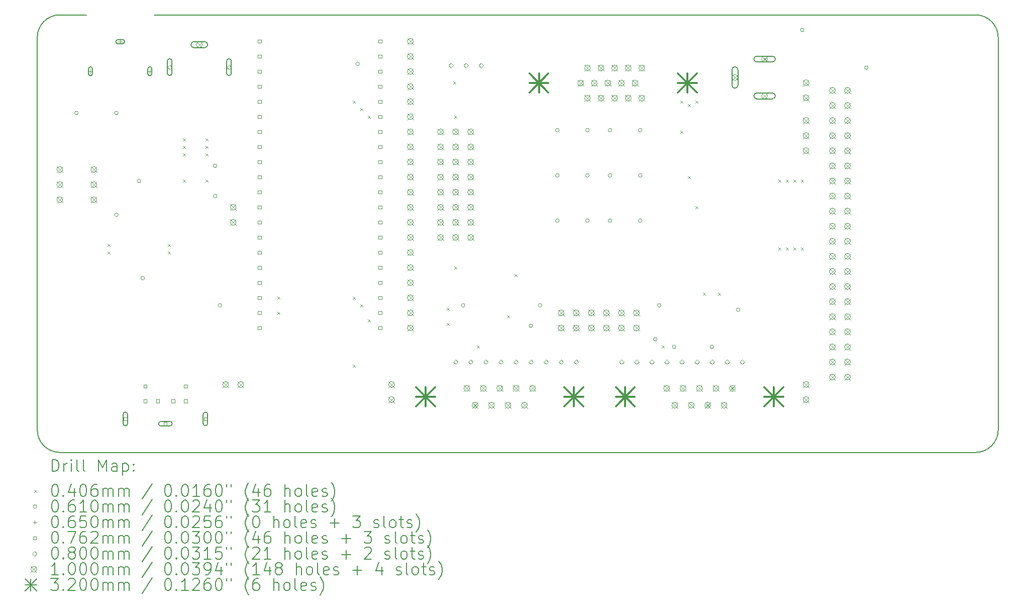
<source format=gbr>
%TF.GenerationSoftware,KiCad,Pcbnew,6.0.10-86aedd382b~118~ubuntu18.04.1*%
%TF.CreationDate,2025-05-01T16:39:26+01:00*%
%TF.ProjectId,tangnano20k_dock,74616e67-6e61-46e6-9f32-306b5f646f63,rev?*%
%TF.SameCoordinates,Original*%
%TF.FileFunction,Drillmap*%
%TF.FilePolarity,Positive*%
%FSLAX45Y45*%
G04 Gerber Fmt 4.5, Leading zero omitted, Abs format (unit mm)*
G04 Created by KiCad (PCBNEW 6.0.10-86aedd382b~118~ubuntu18.04.1) date 2025-05-01 16:39:26*
%MOMM*%
%LPD*%
G01*
G04 APERTURE LIST*
%ADD10C,0.150000*%
%ADD11C,0.200000*%
%ADD12C,0.040640*%
%ADD13C,0.060960*%
%ADD14C,0.065000*%
%ADD15C,0.076200*%
%ADD16C,0.080000*%
%ADD17C,0.100000*%
%ADD18C,0.320000*%
G04 APERTURE END LIST*
D10*
X7683500Y-4952500D02*
G75*
G03*
X7302500Y-5333500I0J-381000D01*
G01*
X9271000Y-4952500D02*
X23114000Y-4952500D01*
X23114000Y-12318500D02*
X7683500Y-12319000D01*
X23114000Y-12318500D02*
G75*
G03*
X23495000Y-11937500I0J381000D01*
G01*
X7302500Y-5333500D02*
X7302500Y-11937500D01*
X23495000Y-5333500D02*
G75*
G03*
X23114000Y-4952500I-381000J0D01*
G01*
X23495000Y-11937500D02*
X23495000Y-5333500D01*
X7683500Y-4952500D02*
X8128000Y-4952500D01*
X7302500Y-11937500D02*
G75*
G03*
X7683500Y-12319000I381500J0D01*
G01*
D11*
D12*
X8488680Y-8805680D02*
X8529320Y-8846320D01*
X8529320Y-8805680D02*
X8488680Y-8846320D01*
X8488680Y-8933180D02*
X8529320Y-8973820D01*
X8529320Y-8933180D02*
X8488680Y-8973820D01*
X9504680Y-8805680D02*
X9545320Y-8846320D01*
X9545320Y-8805680D02*
X9504680Y-8846320D01*
X9504680Y-8932680D02*
X9545320Y-8973320D01*
X9545320Y-8932680D02*
X9504680Y-8973320D01*
X9758680Y-7028180D02*
X9799320Y-7068820D01*
X9799320Y-7028180D02*
X9758680Y-7068820D01*
X9758680Y-7155180D02*
X9799320Y-7195820D01*
X9799320Y-7155180D02*
X9758680Y-7195820D01*
X9758680Y-7282180D02*
X9799320Y-7322820D01*
X9799320Y-7282180D02*
X9758680Y-7322820D01*
X9758680Y-7726680D02*
X9799320Y-7767320D01*
X9799320Y-7726680D02*
X9758680Y-7767320D01*
X10139680Y-7028180D02*
X10180320Y-7068820D01*
X10180320Y-7028180D02*
X10139680Y-7068820D01*
X10139680Y-7155180D02*
X10180320Y-7195820D01*
X10180320Y-7155180D02*
X10139680Y-7195820D01*
X10139680Y-7282180D02*
X10180320Y-7322820D01*
X10180320Y-7282180D02*
X10139680Y-7322820D01*
X10139680Y-7726680D02*
X10180320Y-7767320D01*
X10180320Y-7726680D02*
X10139680Y-7767320D01*
X11346180Y-9949180D02*
X11386820Y-9989820D01*
X11386820Y-9949180D02*
X11346180Y-9989820D01*
X11346680Y-9695180D02*
X11387320Y-9735820D01*
X11387320Y-9695180D02*
X11346680Y-9735820D01*
X12616180Y-6392680D02*
X12656820Y-6433320D01*
X12656820Y-6392680D02*
X12616180Y-6433320D01*
X12616180Y-9694680D02*
X12656820Y-9735320D01*
X12656820Y-9694680D02*
X12616180Y-9735320D01*
X12616180Y-10837680D02*
X12656820Y-10878320D01*
X12656820Y-10837680D02*
X12616180Y-10878320D01*
X12743180Y-6519680D02*
X12783820Y-6560320D01*
X12783820Y-6519680D02*
X12743180Y-6560320D01*
X12743180Y-9821680D02*
X12783820Y-9862320D01*
X12783820Y-9821680D02*
X12743180Y-9862320D01*
X12870180Y-6646680D02*
X12910820Y-6687320D01*
X12910820Y-6646680D02*
X12870180Y-6687320D01*
X12870180Y-10075680D02*
X12910820Y-10116320D01*
X12910820Y-10075680D02*
X12870180Y-10116320D01*
X14203680Y-9885180D02*
X14244320Y-9925820D01*
X14244320Y-9885180D02*
X14203680Y-9925820D01*
X14203680Y-10139180D02*
X14244320Y-10179820D01*
X14244320Y-10139180D02*
X14203680Y-10179820D01*
X14315180Y-6075180D02*
X14355820Y-6115820D01*
X14355820Y-6075180D02*
X14315180Y-6115820D01*
X14330680Y-6646680D02*
X14371320Y-6687320D01*
X14371320Y-6646680D02*
X14330680Y-6687320D01*
X14330680Y-9186680D02*
X14371320Y-9227320D01*
X14371320Y-9186680D02*
X14330680Y-9227320D01*
X14711680Y-10520180D02*
X14752320Y-10560820D01*
X14752320Y-10520180D02*
X14711680Y-10560820D01*
X15219680Y-10012180D02*
X15260320Y-10052820D01*
X15260320Y-10012180D02*
X15219680Y-10052820D01*
X15346680Y-9313680D02*
X15387320Y-9354320D01*
X15387320Y-9313680D02*
X15346680Y-9354320D01*
X17823180Y-10520180D02*
X17863820Y-10560820D01*
X17863820Y-10520180D02*
X17823180Y-10560820D01*
X18140680Y-6393180D02*
X18181320Y-6433820D01*
X18181320Y-6393180D02*
X18140680Y-6433820D01*
X18140680Y-6900680D02*
X18181320Y-6941320D01*
X18181320Y-6900680D02*
X18140680Y-6941320D01*
X18267680Y-6456180D02*
X18308320Y-6496820D01*
X18308320Y-6456180D02*
X18267680Y-6496820D01*
X18267680Y-7662680D02*
X18308320Y-7703320D01*
X18308320Y-7662680D02*
X18267680Y-7703320D01*
X18394680Y-6393180D02*
X18435320Y-6433820D01*
X18435320Y-6393180D02*
X18394680Y-6433820D01*
X18394680Y-8170680D02*
X18435320Y-8211320D01*
X18435320Y-8170680D02*
X18394680Y-8211320D01*
X18521680Y-9631180D02*
X18562320Y-9671820D01*
X18562320Y-9631180D02*
X18521680Y-9671820D01*
X18775680Y-9631180D02*
X18816320Y-9671820D01*
X18816320Y-9631180D02*
X18775680Y-9671820D01*
X19791680Y-7726180D02*
X19832320Y-7766820D01*
X19832320Y-7726180D02*
X19791680Y-7766820D01*
X19791680Y-8869180D02*
X19832320Y-8909820D01*
X19832320Y-8869180D02*
X19791680Y-8909820D01*
X19918680Y-7726180D02*
X19959320Y-7766820D01*
X19959320Y-7726180D02*
X19918680Y-7766820D01*
X19918680Y-8869180D02*
X19959320Y-8909820D01*
X19959320Y-8869180D02*
X19918680Y-8909820D01*
X20045680Y-7726180D02*
X20086320Y-7766820D01*
X20086320Y-7726180D02*
X20045680Y-7766820D01*
X20045680Y-8869180D02*
X20086320Y-8909820D01*
X20086320Y-8869180D02*
X20045680Y-8909820D01*
X20172680Y-7726180D02*
X20213320Y-7766820D01*
X20213320Y-7726180D02*
X20172680Y-7766820D01*
X20172680Y-8869180D02*
X20213320Y-8909820D01*
X20213320Y-8869180D02*
X20172680Y-8909820D01*
D13*
X7993380Y-6603500D02*
G75*
G03*
X7993380Y-6603500I-30480J0D01*
G01*
X8666480Y-6603500D02*
G75*
G03*
X8666480Y-6603500I-30480J0D01*
G01*
X8666980Y-8318500D02*
G75*
G03*
X8666980Y-8318500I-30480J0D01*
G01*
X9047480Y-7747000D02*
G75*
G03*
X9047480Y-7747000I-30480J0D01*
G01*
X9110980Y-9384800D02*
G75*
G03*
X9110980Y-9384800I-30480J0D01*
G01*
X10330180Y-7492500D02*
G75*
G03*
X10330180Y-7492500I-30480J0D01*
G01*
X10330180Y-8001000D02*
G75*
G03*
X10330180Y-8001000I-30480J0D01*
G01*
X10410230Y-9842000D02*
G75*
G03*
X10410230Y-9842000I-30480J0D01*
G01*
X12730480Y-5778000D02*
G75*
G03*
X12730480Y-5778000I-30480J0D01*
G01*
X14508480Y-9842500D02*
G75*
G03*
X14508480Y-9842500I-30480J0D01*
G01*
X15648940Y-10184900D02*
G75*
G03*
X15648940Y-10184900I-30480J0D01*
G01*
X15803880Y-9842000D02*
G75*
G03*
X15803880Y-9842000I-30480J0D01*
G01*
X16095980Y-6892250D02*
G75*
G03*
X16095980Y-6892250I-30480J0D01*
G01*
X16095980Y-7654250D02*
G75*
G03*
X16095980Y-7654250I-30480J0D01*
G01*
X16095980Y-8416250D02*
G75*
G03*
X16095980Y-8416250I-30480J0D01*
G01*
X16603980Y-6892250D02*
G75*
G03*
X16603980Y-6892250I-30480J0D01*
G01*
X16603980Y-7654250D02*
G75*
G03*
X16603980Y-7654250I-30480J0D01*
G01*
X16603980Y-8416250D02*
G75*
G03*
X16603980Y-8416250I-30480J0D01*
G01*
X16984980Y-6892250D02*
G75*
G03*
X16984980Y-6892250I-30480J0D01*
G01*
X16984980Y-7654250D02*
G75*
G03*
X16984980Y-7654250I-30480J0D01*
G01*
X16984980Y-8416250D02*
G75*
G03*
X16984980Y-8416250I-30480J0D01*
G01*
X17492980Y-6892250D02*
G75*
G03*
X17492980Y-6892250I-30480J0D01*
G01*
X17492980Y-7654250D02*
G75*
G03*
X17492980Y-7654250I-30480J0D01*
G01*
X17492980Y-8416250D02*
G75*
G03*
X17492980Y-8416250I-30480J0D01*
G01*
X17746980Y-10413500D02*
G75*
G03*
X17746980Y-10413500I-30480J0D01*
G01*
X17810480Y-9842500D02*
G75*
G03*
X17810480Y-9842500I-30480J0D01*
G01*
X18064480Y-10541000D02*
G75*
G03*
X18064480Y-10541000I-30480J0D01*
G01*
X18699480Y-10541000D02*
G75*
G03*
X18699480Y-10541000I-30480J0D01*
G01*
X19143980Y-9918500D02*
G75*
G03*
X19143980Y-9918500I-30480J0D01*
G01*
X20222980Y-5207000D02*
G75*
G03*
X20222980Y-5207000I-30480J0D01*
G01*
X21302980Y-5841500D02*
G75*
G03*
X21302980Y-5841500I-30480J0D01*
G01*
D14*
X8199500Y-5870000D02*
X8199500Y-5935000D01*
X8167000Y-5902500D02*
X8232000Y-5902500D01*
D11*
X8167000Y-5860000D02*
X8167000Y-5945000D01*
X8232000Y-5860000D02*
X8232000Y-5945000D01*
X8167000Y-5945000D02*
G75*
G03*
X8232000Y-5945000I32500J0D01*
G01*
X8232000Y-5860000D02*
G75*
G03*
X8167000Y-5860000I-32500J0D01*
G01*
D14*
X8699500Y-5370000D02*
X8699500Y-5435000D01*
X8667000Y-5402500D02*
X8732000Y-5402500D01*
D11*
X8742000Y-5370000D02*
X8657000Y-5370000D01*
X8742000Y-5435000D02*
X8657000Y-5435000D01*
X8657000Y-5370000D02*
G75*
G03*
X8657000Y-5435000I0J-32500D01*
G01*
X8742000Y-5435000D02*
G75*
G03*
X8742000Y-5370000I0J32500D01*
G01*
D14*
X9199500Y-5870000D02*
X9199500Y-5935000D01*
X9167000Y-5902500D02*
X9232000Y-5902500D01*
D11*
X9232000Y-5945000D02*
X9232000Y-5860000D01*
X9167000Y-5945000D02*
X9167000Y-5860000D01*
X9232000Y-5860000D02*
G75*
G03*
X9167000Y-5860000I-32500J0D01*
G01*
X9167000Y-5945000D02*
G75*
G03*
X9232000Y-5945000I32500J0D01*
G01*
D15*
X8813441Y-11781841D02*
X8813441Y-11727959D01*
X8759559Y-11727959D01*
X8759559Y-11781841D01*
X8813441Y-11781841D01*
D11*
X8824600Y-11831800D02*
X8824600Y-11678000D01*
X8748400Y-11831800D02*
X8748400Y-11678000D01*
X8824600Y-11678000D02*
G75*
G03*
X8748400Y-11678000I-38100J0D01*
G01*
X8748400Y-11831800D02*
G75*
G03*
X8824600Y-11831800I38100J0D01*
G01*
D15*
X9148441Y-11231841D02*
X9148441Y-11177959D01*
X9094559Y-11177959D01*
X9094559Y-11231841D01*
X9148441Y-11231841D01*
X9148441Y-11481841D02*
X9148441Y-11427959D01*
X9094559Y-11427959D01*
X9094559Y-11481841D01*
X9148441Y-11481841D01*
X9358441Y-11481841D02*
X9358441Y-11427959D01*
X9304559Y-11427959D01*
X9304559Y-11481841D01*
X9358441Y-11481841D01*
X9488441Y-11861841D02*
X9488441Y-11807959D01*
X9434559Y-11807959D01*
X9434559Y-11861841D01*
X9488441Y-11861841D01*
D11*
X9384600Y-11873000D02*
X9538400Y-11873000D01*
X9384600Y-11796800D02*
X9538400Y-11796800D01*
X9538400Y-11873000D02*
G75*
G03*
X9538400Y-11796800I0J38100D01*
G01*
X9384600Y-11796800D02*
G75*
G03*
X9384600Y-11873000I0J-38100D01*
G01*
D15*
X9618441Y-11481841D02*
X9618441Y-11427959D01*
X9564559Y-11427959D01*
X9564559Y-11481841D01*
X9618441Y-11481841D01*
X9828441Y-11231841D02*
X9828441Y-11177959D01*
X9774559Y-11177959D01*
X9774559Y-11231841D01*
X9828441Y-11231841D01*
X9828441Y-11481841D02*
X9828441Y-11427959D01*
X9774559Y-11427959D01*
X9774559Y-11481841D01*
X9828441Y-11481841D01*
X10163441Y-11781841D02*
X10163441Y-11727959D01*
X10109559Y-11727959D01*
X10109559Y-11781841D01*
X10163441Y-11781841D01*
D11*
X10174600Y-11831800D02*
X10174600Y-11678000D01*
X10098400Y-11831800D02*
X10098400Y-11678000D01*
X10174600Y-11678000D02*
G75*
G03*
X10098400Y-11678000I-38100J0D01*
G01*
X10098400Y-11831800D02*
G75*
G03*
X10174600Y-11831800I38100J0D01*
G01*
D15*
X11075941Y-5424441D02*
X11075941Y-5370559D01*
X11022059Y-5370559D01*
X11022059Y-5424441D01*
X11075941Y-5424441D01*
X11075941Y-5678441D02*
X11075941Y-5624559D01*
X11022059Y-5624559D01*
X11022059Y-5678441D01*
X11075941Y-5678441D01*
X11075941Y-5932441D02*
X11075941Y-5878559D01*
X11022059Y-5878559D01*
X11022059Y-5932441D01*
X11075941Y-5932441D01*
X11075941Y-6186441D02*
X11075941Y-6132559D01*
X11022059Y-6132559D01*
X11022059Y-6186441D01*
X11075941Y-6186441D01*
X11075941Y-6440441D02*
X11075941Y-6386559D01*
X11022059Y-6386559D01*
X11022059Y-6440441D01*
X11075941Y-6440441D01*
X11075941Y-6694441D02*
X11075941Y-6640559D01*
X11022059Y-6640559D01*
X11022059Y-6694441D01*
X11075941Y-6694441D01*
X11075941Y-6948441D02*
X11075941Y-6894559D01*
X11022059Y-6894559D01*
X11022059Y-6948441D01*
X11075941Y-6948441D01*
X11075941Y-7202441D02*
X11075941Y-7148559D01*
X11022059Y-7148559D01*
X11022059Y-7202441D01*
X11075941Y-7202441D01*
X11075941Y-7456441D02*
X11075941Y-7402559D01*
X11022059Y-7402559D01*
X11022059Y-7456441D01*
X11075941Y-7456441D01*
X11075941Y-7710441D02*
X11075941Y-7656559D01*
X11022059Y-7656559D01*
X11022059Y-7710441D01*
X11075941Y-7710441D01*
X11075941Y-7964441D02*
X11075941Y-7910559D01*
X11022059Y-7910559D01*
X11022059Y-7964441D01*
X11075941Y-7964441D01*
X11075941Y-8218441D02*
X11075941Y-8164559D01*
X11022059Y-8164559D01*
X11022059Y-8218441D01*
X11075941Y-8218441D01*
X11075941Y-8472441D02*
X11075941Y-8418559D01*
X11022059Y-8418559D01*
X11022059Y-8472441D01*
X11075941Y-8472441D01*
X11075941Y-8726441D02*
X11075941Y-8672559D01*
X11022059Y-8672559D01*
X11022059Y-8726441D01*
X11075941Y-8726441D01*
X11075941Y-8980441D02*
X11075941Y-8926559D01*
X11022059Y-8926559D01*
X11022059Y-8980441D01*
X11075941Y-8980441D01*
X11075941Y-9234441D02*
X11075941Y-9180559D01*
X11022059Y-9180559D01*
X11022059Y-9234441D01*
X11075941Y-9234441D01*
X11075941Y-9488441D02*
X11075941Y-9434559D01*
X11022059Y-9434559D01*
X11022059Y-9488441D01*
X11075941Y-9488441D01*
X11075941Y-9742441D02*
X11075941Y-9688559D01*
X11022059Y-9688559D01*
X11022059Y-9742441D01*
X11075941Y-9742441D01*
X11075941Y-9996441D02*
X11075941Y-9942559D01*
X11022059Y-9942559D01*
X11022059Y-9996441D01*
X11075941Y-9996441D01*
X11075941Y-10250441D02*
X11075941Y-10196559D01*
X11022059Y-10196559D01*
X11022059Y-10250441D01*
X11075941Y-10250441D01*
X13107941Y-5424441D02*
X13107941Y-5370559D01*
X13054059Y-5370559D01*
X13054059Y-5424441D01*
X13107941Y-5424441D01*
X13107941Y-5678441D02*
X13107941Y-5624559D01*
X13054059Y-5624559D01*
X13054059Y-5678441D01*
X13107941Y-5678441D01*
X13107941Y-5932441D02*
X13107941Y-5878559D01*
X13054059Y-5878559D01*
X13054059Y-5932441D01*
X13107941Y-5932441D01*
X13107941Y-6186441D02*
X13107941Y-6132559D01*
X13054059Y-6132559D01*
X13054059Y-6186441D01*
X13107941Y-6186441D01*
X13107941Y-6440441D02*
X13107941Y-6386559D01*
X13054059Y-6386559D01*
X13054059Y-6440441D01*
X13107941Y-6440441D01*
X13107941Y-6694441D02*
X13107941Y-6640559D01*
X13054059Y-6640559D01*
X13054059Y-6694441D01*
X13107941Y-6694441D01*
X13107941Y-6948441D02*
X13107941Y-6894559D01*
X13054059Y-6894559D01*
X13054059Y-6948441D01*
X13107941Y-6948441D01*
X13107941Y-7202441D02*
X13107941Y-7148559D01*
X13054059Y-7148559D01*
X13054059Y-7202441D01*
X13107941Y-7202441D01*
X13107941Y-7456441D02*
X13107941Y-7402559D01*
X13054059Y-7402559D01*
X13054059Y-7456441D01*
X13107941Y-7456441D01*
X13107941Y-7710441D02*
X13107941Y-7656559D01*
X13054059Y-7656559D01*
X13054059Y-7710441D01*
X13107941Y-7710441D01*
X13107941Y-7964441D02*
X13107941Y-7910559D01*
X13054059Y-7910559D01*
X13054059Y-7964441D01*
X13107941Y-7964441D01*
X13107941Y-8218441D02*
X13107941Y-8164559D01*
X13054059Y-8164559D01*
X13054059Y-8218441D01*
X13107941Y-8218441D01*
X13107941Y-8472441D02*
X13107941Y-8418559D01*
X13054059Y-8418559D01*
X13054059Y-8472441D01*
X13107941Y-8472441D01*
X13107941Y-8726441D02*
X13107941Y-8672559D01*
X13054059Y-8672559D01*
X13054059Y-8726441D01*
X13107941Y-8726441D01*
X13107941Y-8980441D02*
X13107941Y-8926559D01*
X13054059Y-8926559D01*
X13054059Y-8980441D01*
X13107941Y-8980441D01*
X13107941Y-9234441D02*
X13107941Y-9180559D01*
X13054059Y-9180559D01*
X13054059Y-9234441D01*
X13107941Y-9234441D01*
X13107941Y-9488441D02*
X13107941Y-9434559D01*
X13054059Y-9434559D01*
X13054059Y-9488441D01*
X13107941Y-9488441D01*
X13107941Y-9742441D02*
X13107941Y-9688559D01*
X13054059Y-9688559D01*
X13054059Y-9742441D01*
X13107941Y-9742441D01*
X13107941Y-9996441D02*
X13107941Y-9942559D01*
X13054059Y-9942559D01*
X13054059Y-9996441D01*
X13107941Y-9996441D01*
X13107941Y-10250441D02*
X13107941Y-10196559D01*
X13054059Y-10196559D01*
X13054059Y-10250441D01*
X13107941Y-10250441D01*
D16*
X9533000Y-5872500D02*
X9573000Y-5832500D01*
X9533000Y-5792500D01*
X9493000Y-5832500D01*
X9533000Y-5872500D01*
D11*
X9493000Y-5732500D02*
X9493000Y-5932500D01*
X9573000Y-5732500D02*
X9573000Y-5932500D01*
X9493000Y-5932500D02*
G75*
G03*
X9573000Y-5932500I40000J0D01*
G01*
X9573000Y-5732500D02*
G75*
G03*
X9493000Y-5732500I-40000J0D01*
G01*
D16*
X10533000Y-5872500D02*
X10573000Y-5832500D01*
X10533000Y-5792500D01*
X10493000Y-5832500D01*
X10533000Y-5872500D01*
D11*
X10493000Y-5732500D02*
X10493000Y-5932500D01*
X10573000Y-5732500D02*
X10573000Y-5932500D01*
X10493000Y-5932500D02*
G75*
G03*
X10573000Y-5932500I40000J0D01*
G01*
X10573000Y-5732500D02*
G75*
G03*
X10493000Y-5732500I-40000J0D01*
G01*
D16*
X14272000Y-5842500D02*
X14312000Y-5802500D01*
X14272000Y-5762500D01*
X14232000Y-5802500D01*
X14272000Y-5842500D01*
X14351000Y-10835000D02*
X14391000Y-10795000D01*
X14351000Y-10755000D01*
X14311000Y-10795000D01*
X14351000Y-10835000D01*
X14526000Y-5842500D02*
X14566000Y-5802500D01*
X14526000Y-5762500D01*
X14486000Y-5802500D01*
X14526000Y-5842500D01*
X14605000Y-10835000D02*
X14645000Y-10795000D01*
X14605000Y-10755000D01*
X14565000Y-10795000D01*
X14605000Y-10835000D01*
X14780000Y-5842500D02*
X14820000Y-5802500D01*
X14780000Y-5762500D01*
X14740000Y-5802500D01*
X14780000Y-5842500D01*
X14859000Y-10835000D02*
X14899000Y-10795000D01*
X14859000Y-10755000D01*
X14819000Y-10795000D01*
X14859000Y-10835000D01*
X15113000Y-10835000D02*
X15153000Y-10795000D01*
X15113000Y-10755000D01*
X15073000Y-10795000D01*
X15113000Y-10835000D01*
X15367000Y-10835000D02*
X15407000Y-10795000D01*
X15367000Y-10755000D01*
X15327000Y-10795000D01*
X15367000Y-10835000D01*
X15621000Y-10835000D02*
X15661000Y-10795000D01*
X15621000Y-10755000D01*
X15581000Y-10795000D01*
X15621000Y-10835000D01*
X15875000Y-10835000D02*
X15915000Y-10795000D01*
X15875000Y-10755000D01*
X15835000Y-10795000D01*
X15875000Y-10835000D01*
X16129000Y-10835000D02*
X16169000Y-10795000D01*
X16129000Y-10755000D01*
X16089000Y-10795000D01*
X16129000Y-10835000D01*
X16383000Y-10835000D02*
X16423000Y-10795000D01*
X16383000Y-10755000D01*
X16343000Y-10795000D01*
X16383000Y-10835000D01*
X17146500Y-10835000D02*
X17186500Y-10795000D01*
X17146500Y-10755000D01*
X17106500Y-10795000D01*
X17146500Y-10835000D01*
X17400500Y-10835000D02*
X17440500Y-10795000D01*
X17400500Y-10755000D01*
X17360500Y-10795000D01*
X17400500Y-10835000D01*
X17654500Y-10835000D02*
X17694500Y-10795000D01*
X17654500Y-10755000D01*
X17614500Y-10795000D01*
X17654500Y-10835000D01*
X17908500Y-10835000D02*
X17948500Y-10795000D01*
X17908500Y-10755000D01*
X17868500Y-10795000D01*
X17908500Y-10835000D01*
X18162500Y-10835000D02*
X18202500Y-10795000D01*
X18162500Y-10755000D01*
X18122500Y-10795000D01*
X18162500Y-10835000D01*
X18416500Y-10835000D02*
X18456500Y-10795000D01*
X18416500Y-10755000D01*
X18376500Y-10795000D01*
X18416500Y-10835000D01*
X18670500Y-10835000D02*
X18710500Y-10795000D01*
X18670500Y-10755000D01*
X18630500Y-10795000D01*
X18670500Y-10835000D01*
X18924500Y-10835000D02*
X18964500Y-10795000D01*
X18924500Y-10755000D01*
X18884500Y-10795000D01*
X18924500Y-10835000D01*
X19178500Y-10835000D02*
X19218500Y-10795000D01*
X19178500Y-10755000D01*
X19138500Y-10795000D01*
X19178500Y-10835000D01*
D17*
X7633500Y-7506500D02*
X7733500Y-7606500D01*
X7733500Y-7506500D02*
X7633500Y-7606500D01*
X7733500Y-7556500D02*
G75*
G03*
X7733500Y-7556500I-50000J0D01*
G01*
X7633500Y-7760500D02*
X7733500Y-7860500D01*
X7733500Y-7760500D02*
X7633500Y-7860500D01*
X7733500Y-7810500D02*
G75*
G03*
X7733500Y-7810500I-50000J0D01*
G01*
X7633500Y-8014500D02*
X7733500Y-8114500D01*
X7733500Y-8014500D02*
X7633500Y-8114500D01*
X7733500Y-8064500D02*
G75*
G03*
X7733500Y-8064500I-50000J0D01*
G01*
X8205000Y-7506000D02*
X8305000Y-7606000D01*
X8305000Y-7506000D02*
X8205000Y-7606000D01*
X8305000Y-7556000D02*
G75*
G03*
X8305000Y-7556000I-50000J0D01*
G01*
X8205000Y-7760000D02*
X8305000Y-7860000D01*
X8305000Y-7760000D02*
X8205000Y-7860000D01*
X8305000Y-7810000D02*
G75*
G03*
X8305000Y-7810000I-50000J0D01*
G01*
X8205000Y-8014000D02*
X8305000Y-8114000D01*
X8305000Y-8014000D02*
X8205000Y-8114000D01*
X8305000Y-8064000D02*
G75*
G03*
X8305000Y-8064000I-50000J0D01*
G01*
X9983000Y-5402500D02*
X10083000Y-5502500D01*
X10083000Y-5402500D02*
X9983000Y-5502500D01*
X10083000Y-5452500D02*
G75*
G03*
X10083000Y-5452500I-50000J0D01*
G01*
D11*
X9943000Y-5502500D02*
X10123000Y-5502500D01*
X9943000Y-5402500D02*
X10123000Y-5402500D01*
X10123000Y-5502500D02*
G75*
G03*
X10123000Y-5402500I0J50000D01*
G01*
X9943000Y-5402500D02*
G75*
G03*
X9943000Y-5502500I0J-50000D01*
G01*
D17*
X10427500Y-11126000D02*
X10527500Y-11226000D01*
X10527500Y-11126000D02*
X10427500Y-11226000D01*
X10527500Y-11176000D02*
G75*
G03*
X10527500Y-11176000I-50000J0D01*
G01*
X10554500Y-8141000D02*
X10654500Y-8241000D01*
X10654500Y-8141000D02*
X10554500Y-8241000D01*
X10654500Y-8191000D02*
G75*
G03*
X10654500Y-8191000I-50000J0D01*
G01*
X10554500Y-8395000D02*
X10654500Y-8495000D01*
X10654500Y-8395000D02*
X10554500Y-8495000D01*
X10654500Y-8445000D02*
G75*
G03*
X10654500Y-8445000I-50000J0D01*
G01*
X10681500Y-11126000D02*
X10781500Y-11226000D01*
X10781500Y-11126000D02*
X10681500Y-11226000D01*
X10781500Y-11176000D02*
G75*
G03*
X10781500Y-11176000I-50000J0D01*
G01*
X13221500Y-11125500D02*
X13321500Y-11225500D01*
X13321500Y-11125500D02*
X13221500Y-11225500D01*
X13321500Y-11175500D02*
G75*
G03*
X13321500Y-11175500I-50000J0D01*
G01*
X13221500Y-11379500D02*
X13321500Y-11479500D01*
X13321500Y-11379500D02*
X13221500Y-11479500D01*
X13321500Y-11429500D02*
G75*
G03*
X13321500Y-11429500I-50000J0D01*
G01*
X13539000Y-5347000D02*
X13639000Y-5447000D01*
X13639000Y-5347000D02*
X13539000Y-5447000D01*
X13639000Y-5397000D02*
G75*
G03*
X13639000Y-5397000I-50000J0D01*
G01*
X13539000Y-5601000D02*
X13639000Y-5701000D01*
X13639000Y-5601000D02*
X13539000Y-5701000D01*
X13639000Y-5651000D02*
G75*
G03*
X13639000Y-5651000I-50000J0D01*
G01*
X13539000Y-5855000D02*
X13639000Y-5955000D01*
X13639000Y-5855000D02*
X13539000Y-5955000D01*
X13639000Y-5905000D02*
G75*
G03*
X13639000Y-5905000I-50000J0D01*
G01*
X13539000Y-6109000D02*
X13639000Y-6209000D01*
X13639000Y-6109000D02*
X13539000Y-6209000D01*
X13639000Y-6159000D02*
G75*
G03*
X13639000Y-6159000I-50000J0D01*
G01*
X13539000Y-6363000D02*
X13639000Y-6463000D01*
X13639000Y-6363000D02*
X13539000Y-6463000D01*
X13639000Y-6413000D02*
G75*
G03*
X13639000Y-6413000I-50000J0D01*
G01*
X13539000Y-6617000D02*
X13639000Y-6717000D01*
X13639000Y-6617000D02*
X13539000Y-6717000D01*
X13639000Y-6667000D02*
G75*
G03*
X13639000Y-6667000I-50000J0D01*
G01*
X13539000Y-6871000D02*
X13639000Y-6971000D01*
X13639000Y-6871000D02*
X13539000Y-6971000D01*
X13639000Y-6921000D02*
G75*
G03*
X13639000Y-6921000I-50000J0D01*
G01*
X13539000Y-7125000D02*
X13639000Y-7225000D01*
X13639000Y-7125000D02*
X13539000Y-7225000D01*
X13639000Y-7175000D02*
G75*
G03*
X13639000Y-7175000I-50000J0D01*
G01*
X13539000Y-7379000D02*
X13639000Y-7479000D01*
X13639000Y-7379000D02*
X13539000Y-7479000D01*
X13639000Y-7429000D02*
G75*
G03*
X13639000Y-7429000I-50000J0D01*
G01*
X13539000Y-7633000D02*
X13639000Y-7733000D01*
X13639000Y-7633000D02*
X13539000Y-7733000D01*
X13639000Y-7683000D02*
G75*
G03*
X13639000Y-7683000I-50000J0D01*
G01*
X13539000Y-7887000D02*
X13639000Y-7987000D01*
X13639000Y-7887000D02*
X13539000Y-7987000D01*
X13639000Y-7937000D02*
G75*
G03*
X13639000Y-7937000I-50000J0D01*
G01*
X13539000Y-8141000D02*
X13639000Y-8241000D01*
X13639000Y-8141000D02*
X13539000Y-8241000D01*
X13639000Y-8191000D02*
G75*
G03*
X13639000Y-8191000I-50000J0D01*
G01*
X13539000Y-8395000D02*
X13639000Y-8495000D01*
X13639000Y-8395000D02*
X13539000Y-8495000D01*
X13639000Y-8445000D02*
G75*
G03*
X13639000Y-8445000I-50000J0D01*
G01*
X13539000Y-8649000D02*
X13639000Y-8749000D01*
X13639000Y-8649000D02*
X13539000Y-8749000D01*
X13639000Y-8699000D02*
G75*
G03*
X13639000Y-8699000I-50000J0D01*
G01*
X13539000Y-8903000D02*
X13639000Y-9003000D01*
X13639000Y-8903000D02*
X13539000Y-9003000D01*
X13639000Y-8953000D02*
G75*
G03*
X13639000Y-8953000I-50000J0D01*
G01*
X13539000Y-9157000D02*
X13639000Y-9257000D01*
X13639000Y-9157000D02*
X13539000Y-9257000D01*
X13639000Y-9207000D02*
G75*
G03*
X13639000Y-9207000I-50000J0D01*
G01*
X13539000Y-9411000D02*
X13639000Y-9511000D01*
X13639000Y-9411000D02*
X13539000Y-9511000D01*
X13639000Y-9461000D02*
G75*
G03*
X13639000Y-9461000I-50000J0D01*
G01*
X13539000Y-9665000D02*
X13639000Y-9765000D01*
X13639000Y-9665000D02*
X13539000Y-9765000D01*
X13639000Y-9715000D02*
G75*
G03*
X13639000Y-9715000I-50000J0D01*
G01*
X13539000Y-9919000D02*
X13639000Y-10019000D01*
X13639000Y-9919000D02*
X13539000Y-10019000D01*
X13639000Y-9969000D02*
G75*
G03*
X13639000Y-9969000I-50000J0D01*
G01*
X13539000Y-10173000D02*
X13639000Y-10273000D01*
X13639000Y-10173000D02*
X13539000Y-10273000D01*
X13639000Y-10223000D02*
G75*
G03*
X13639000Y-10223000I-50000J0D01*
G01*
X14047000Y-6871000D02*
X14147000Y-6971000D01*
X14147000Y-6871000D02*
X14047000Y-6971000D01*
X14147000Y-6921000D02*
G75*
G03*
X14147000Y-6921000I-50000J0D01*
G01*
X14047000Y-7125000D02*
X14147000Y-7225000D01*
X14147000Y-7125000D02*
X14047000Y-7225000D01*
X14147000Y-7175000D02*
G75*
G03*
X14147000Y-7175000I-50000J0D01*
G01*
X14047000Y-7379000D02*
X14147000Y-7479000D01*
X14147000Y-7379000D02*
X14047000Y-7479000D01*
X14147000Y-7429000D02*
G75*
G03*
X14147000Y-7429000I-50000J0D01*
G01*
X14047000Y-7633000D02*
X14147000Y-7733000D01*
X14147000Y-7633000D02*
X14047000Y-7733000D01*
X14147000Y-7683000D02*
G75*
G03*
X14147000Y-7683000I-50000J0D01*
G01*
X14047000Y-7887000D02*
X14147000Y-7987000D01*
X14147000Y-7887000D02*
X14047000Y-7987000D01*
X14147000Y-7937000D02*
G75*
G03*
X14147000Y-7937000I-50000J0D01*
G01*
X14047000Y-8141000D02*
X14147000Y-8241000D01*
X14147000Y-8141000D02*
X14047000Y-8241000D01*
X14147000Y-8191000D02*
G75*
G03*
X14147000Y-8191000I-50000J0D01*
G01*
X14047000Y-8395000D02*
X14147000Y-8495000D01*
X14147000Y-8395000D02*
X14047000Y-8495000D01*
X14147000Y-8445000D02*
G75*
G03*
X14147000Y-8445000I-50000J0D01*
G01*
X14047000Y-8649000D02*
X14147000Y-8749000D01*
X14147000Y-8649000D02*
X14047000Y-8749000D01*
X14147000Y-8699000D02*
G75*
G03*
X14147000Y-8699000I-50000J0D01*
G01*
X14301000Y-6871000D02*
X14401000Y-6971000D01*
X14401000Y-6871000D02*
X14301000Y-6971000D01*
X14401000Y-6921000D02*
G75*
G03*
X14401000Y-6921000I-50000J0D01*
G01*
X14301000Y-7125000D02*
X14401000Y-7225000D01*
X14401000Y-7125000D02*
X14301000Y-7225000D01*
X14401000Y-7175000D02*
G75*
G03*
X14401000Y-7175000I-50000J0D01*
G01*
X14301000Y-7379000D02*
X14401000Y-7479000D01*
X14401000Y-7379000D02*
X14301000Y-7479000D01*
X14401000Y-7429000D02*
G75*
G03*
X14401000Y-7429000I-50000J0D01*
G01*
X14301000Y-7633000D02*
X14401000Y-7733000D01*
X14401000Y-7633000D02*
X14301000Y-7733000D01*
X14401000Y-7683000D02*
G75*
G03*
X14401000Y-7683000I-50000J0D01*
G01*
X14301000Y-7887000D02*
X14401000Y-7987000D01*
X14401000Y-7887000D02*
X14301000Y-7987000D01*
X14401000Y-7937000D02*
G75*
G03*
X14401000Y-7937000I-50000J0D01*
G01*
X14301000Y-8141000D02*
X14401000Y-8241000D01*
X14401000Y-8141000D02*
X14301000Y-8241000D01*
X14401000Y-8191000D02*
G75*
G03*
X14401000Y-8191000I-50000J0D01*
G01*
X14301000Y-8395000D02*
X14401000Y-8495000D01*
X14401000Y-8395000D02*
X14301000Y-8495000D01*
X14401000Y-8445000D02*
G75*
G03*
X14401000Y-8445000I-50000J0D01*
G01*
X14301000Y-8649000D02*
X14401000Y-8749000D01*
X14401000Y-8649000D02*
X14301000Y-8749000D01*
X14401000Y-8699000D02*
G75*
G03*
X14401000Y-8699000I-50000J0D01*
G01*
X14491500Y-11189000D02*
X14591500Y-11289000D01*
X14591500Y-11189000D02*
X14491500Y-11289000D01*
X14591500Y-11239000D02*
G75*
G03*
X14591500Y-11239000I-50000J0D01*
G01*
X14555000Y-6871000D02*
X14655000Y-6971000D01*
X14655000Y-6871000D02*
X14555000Y-6971000D01*
X14655000Y-6921000D02*
G75*
G03*
X14655000Y-6921000I-50000J0D01*
G01*
X14555000Y-7125000D02*
X14655000Y-7225000D01*
X14655000Y-7125000D02*
X14555000Y-7225000D01*
X14655000Y-7175000D02*
G75*
G03*
X14655000Y-7175000I-50000J0D01*
G01*
X14555000Y-7379000D02*
X14655000Y-7479000D01*
X14655000Y-7379000D02*
X14555000Y-7479000D01*
X14655000Y-7429000D02*
G75*
G03*
X14655000Y-7429000I-50000J0D01*
G01*
X14555000Y-7633000D02*
X14655000Y-7733000D01*
X14655000Y-7633000D02*
X14555000Y-7733000D01*
X14655000Y-7683000D02*
G75*
G03*
X14655000Y-7683000I-50000J0D01*
G01*
X14555000Y-7887000D02*
X14655000Y-7987000D01*
X14655000Y-7887000D02*
X14555000Y-7987000D01*
X14655000Y-7937000D02*
G75*
G03*
X14655000Y-7937000I-50000J0D01*
G01*
X14555000Y-8141000D02*
X14655000Y-8241000D01*
X14655000Y-8141000D02*
X14555000Y-8241000D01*
X14655000Y-8191000D02*
G75*
G03*
X14655000Y-8191000I-50000J0D01*
G01*
X14555000Y-8395000D02*
X14655000Y-8495000D01*
X14655000Y-8395000D02*
X14555000Y-8495000D01*
X14655000Y-8445000D02*
G75*
G03*
X14655000Y-8445000I-50000J0D01*
G01*
X14555000Y-8649000D02*
X14655000Y-8749000D01*
X14655000Y-8649000D02*
X14555000Y-8749000D01*
X14655000Y-8699000D02*
G75*
G03*
X14655000Y-8699000I-50000J0D01*
G01*
X14630000Y-11473000D02*
X14730000Y-11573000D01*
X14730000Y-11473000D02*
X14630000Y-11573000D01*
X14730000Y-11523000D02*
G75*
G03*
X14730000Y-11523000I-50000J0D01*
G01*
X14768500Y-11189000D02*
X14868500Y-11289000D01*
X14868500Y-11189000D02*
X14768500Y-11289000D01*
X14868500Y-11239000D02*
G75*
G03*
X14868500Y-11239000I-50000J0D01*
G01*
X14907000Y-11473000D02*
X15007000Y-11573000D01*
X15007000Y-11473000D02*
X14907000Y-11573000D01*
X15007000Y-11523000D02*
G75*
G03*
X15007000Y-11523000I-50000J0D01*
G01*
X15045500Y-11189000D02*
X15145500Y-11289000D01*
X15145500Y-11189000D02*
X15045500Y-11289000D01*
X15145500Y-11239000D02*
G75*
G03*
X15145500Y-11239000I-50000J0D01*
G01*
X15184000Y-11473000D02*
X15284000Y-11573000D01*
X15284000Y-11473000D02*
X15184000Y-11573000D01*
X15284000Y-11523000D02*
G75*
G03*
X15284000Y-11523000I-50000J0D01*
G01*
X15322500Y-11189000D02*
X15422500Y-11289000D01*
X15422500Y-11189000D02*
X15322500Y-11289000D01*
X15422500Y-11239000D02*
G75*
G03*
X15422500Y-11239000I-50000J0D01*
G01*
X15461000Y-11473000D02*
X15561000Y-11573000D01*
X15561000Y-11473000D02*
X15461000Y-11573000D01*
X15561000Y-11523000D02*
G75*
G03*
X15561000Y-11523000I-50000J0D01*
G01*
X15599500Y-11189000D02*
X15699500Y-11289000D01*
X15699500Y-11189000D02*
X15599500Y-11289000D01*
X15699500Y-11239000D02*
G75*
G03*
X15699500Y-11239000I-50000J0D01*
G01*
X16079000Y-9919500D02*
X16179000Y-10019500D01*
X16179000Y-9919500D02*
X16079000Y-10019500D01*
X16179000Y-9969500D02*
G75*
G03*
X16179000Y-9969500I-50000J0D01*
G01*
X16079000Y-10173500D02*
X16179000Y-10273500D01*
X16179000Y-10173500D02*
X16079000Y-10273500D01*
X16179000Y-10223500D02*
G75*
G03*
X16179000Y-10223500I-50000J0D01*
G01*
X16333000Y-9919500D02*
X16433000Y-10019500D01*
X16433000Y-9919500D02*
X16333000Y-10019500D01*
X16433000Y-9969500D02*
G75*
G03*
X16433000Y-9969500I-50000J0D01*
G01*
X16333000Y-10173500D02*
X16433000Y-10273500D01*
X16433000Y-10173500D02*
X16333000Y-10273500D01*
X16433000Y-10223500D02*
G75*
G03*
X16433000Y-10223500I-50000J0D01*
G01*
X16409000Y-6051000D02*
X16509000Y-6151000D01*
X16509000Y-6051000D02*
X16409000Y-6151000D01*
X16509000Y-6101000D02*
G75*
G03*
X16509000Y-6101000I-50000J0D01*
G01*
X16523500Y-5797000D02*
X16623500Y-5897000D01*
X16623500Y-5797000D02*
X16523500Y-5897000D01*
X16623500Y-5847000D02*
G75*
G03*
X16623500Y-5847000I-50000J0D01*
G01*
X16523500Y-6305000D02*
X16623500Y-6405000D01*
X16623500Y-6305000D02*
X16523500Y-6405000D01*
X16623500Y-6355000D02*
G75*
G03*
X16623500Y-6355000I-50000J0D01*
G01*
X16587000Y-9919500D02*
X16687000Y-10019500D01*
X16687000Y-9919500D02*
X16587000Y-10019500D01*
X16687000Y-9969500D02*
G75*
G03*
X16687000Y-9969500I-50000J0D01*
G01*
X16587000Y-10173500D02*
X16687000Y-10273500D01*
X16687000Y-10173500D02*
X16587000Y-10273500D01*
X16687000Y-10223500D02*
G75*
G03*
X16687000Y-10223500I-50000J0D01*
G01*
X16638000Y-6051000D02*
X16738000Y-6151000D01*
X16738000Y-6051000D02*
X16638000Y-6151000D01*
X16738000Y-6101000D02*
G75*
G03*
X16738000Y-6101000I-50000J0D01*
G01*
X16752500Y-5797000D02*
X16852500Y-5897000D01*
X16852500Y-5797000D02*
X16752500Y-5897000D01*
X16852500Y-5847000D02*
G75*
G03*
X16852500Y-5847000I-50000J0D01*
G01*
X16752500Y-6305000D02*
X16852500Y-6405000D01*
X16852500Y-6305000D02*
X16752500Y-6405000D01*
X16852500Y-6355000D02*
G75*
G03*
X16852500Y-6355000I-50000J0D01*
G01*
X16841000Y-9919500D02*
X16941000Y-10019500D01*
X16941000Y-9919500D02*
X16841000Y-10019500D01*
X16941000Y-9969500D02*
G75*
G03*
X16941000Y-9969500I-50000J0D01*
G01*
X16841000Y-10173500D02*
X16941000Y-10273500D01*
X16941000Y-10173500D02*
X16841000Y-10273500D01*
X16941000Y-10223500D02*
G75*
G03*
X16941000Y-10223500I-50000J0D01*
G01*
X16867000Y-6051000D02*
X16967000Y-6151000D01*
X16967000Y-6051000D02*
X16867000Y-6151000D01*
X16967000Y-6101000D02*
G75*
G03*
X16967000Y-6101000I-50000J0D01*
G01*
X16981500Y-5797000D02*
X17081500Y-5897000D01*
X17081500Y-5797000D02*
X16981500Y-5897000D01*
X17081500Y-5847000D02*
G75*
G03*
X17081500Y-5847000I-50000J0D01*
G01*
X16981500Y-6305000D02*
X17081500Y-6405000D01*
X17081500Y-6305000D02*
X16981500Y-6405000D01*
X17081500Y-6355000D02*
G75*
G03*
X17081500Y-6355000I-50000J0D01*
G01*
X17095000Y-9919500D02*
X17195000Y-10019500D01*
X17195000Y-9919500D02*
X17095000Y-10019500D01*
X17195000Y-9969500D02*
G75*
G03*
X17195000Y-9969500I-50000J0D01*
G01*
X17095000Y-10173500D02*
X17195000Y-10273500D01*
X17195000Y-10173500D02*
X17095000Y-10273500D01*
X17195000Y-10223500D02*
G75*
G03*
X17195000Y-10223500I-50000J0D01*
G01*
X17096000Y-6051000D02*
X17196000Y-6151000D01*
X17196000Y-6051000D02*
X17096000Y-6151000D01*
X17196000Y-6101000D02*
G75*
G03*
X17196000Y-6101000I-50000J0D01*
G01*
X17210500Y-5797000D02*
X17310500Y-5897000D01*
X17310500Y-5797000D02*
X17210500Y-5897000D01*
X17310500Y-5847000D02*
G75*
G03*
X17310500Y-5847000I-50000J0D01*
G01*
X17210500Y-6305000D02*
X17310500Y-6405000D01*
X17310500Y-6305000D02*
X17210500Y-6405000D01*
X17310500Y-6355000D02*
G75*
G03*
X17310500Y-6355000I-50000J0D01*
G01*
X17325000Y-6051000D02*
X17425000Y-6151000D01*
X17425000Y-6051000D02*
X17325000Y-6151000D01*
X17425000Y-6101000D02*
G75*
G03*
X17425000Y-6101000I-50000J0D01*
G01*
X17349000Y-9919500D02*
X17449000Y-10019500D01*
X17449000Y-9919500D02*
X17349000Y-10019500D01*
X17449000Y-9969500D02*
G75*
G03*
X17449000Y-9969500I-50000J0D01*
G01*
X17349000Y-10173500D02*
X17449000Y-10273500D01*
X17449000Y-10173500D02*
X17349000Y-10273500D01*
X17449000Y-10223500D02*
G75*
G03*
X17449000Y-10223500I-50000J0D01*
G01*
X17439500Y-5797000D02*
X17539500Y-5897000D01*
X17539500Y-5797000D02*
X17439500Y-5897000D01*
X17539500Y-5847000D02*
G75*
G03*
X17539500Y-5847000I-50000J0D01*
G01*
X17439500Y-6305000D02*
X17539500Y-6405000D01*
X17539500Y-6305000D02*
X17439500Y-6405000D01*
X17539500Y-6355000D02*
G75*
G03*
X17539500Y-6355000I-50000J0D01*
G01*
X17857000Y-11189500D02*
X17957000Y-11289500D01*
X17957000Y-11189500D02*
X17857000Y-11289500D01*
X17957000Y-11239500D02*
G75*
G03*
X17957000Y-11239500I-50000J0D01*
G01*
X17995500Y-11473500D02*
X18095500Y-11573500D01*
X18095500Y-11473500D02*
X17995500Y-11573500D01*
X18095500Y-11523500D02*
G75*
G03*
X18095500Y-11523500I-50000J0D01*
G01*
X18134000Y-11189500D02*
X18234000Y-11289500D01*
X18234000Y-11189500D02*
X18134000Y-11289500D01*
X18234000Y-11239500D02*
G75*
G03*
X18234000Y-11239500I-50000J0D01*
G01*
X18272500Y-11473500D02*
X18372500Y-11573500D01*
X18372500Y-11473500D02*
X18272500Y-11573500D01*
X18372500Y-11523500D02*
G75*
G03*
X18372500Y-11523500I-50000J0D01*
G01*
X18411000Y-11189500D02*
X18511000Y-11289500D01*
X18511000Y-11189500D02*
X18411000Y-11289500D01*
X18511000Y-11239500D02*
G75*
G03*
X18511000Y-11239500I-50000J0D01*
G01*
X18549500Y-11473500D02*
X18649500Y-11573500D01*
X18649500Y-11473500D02*
X18549500Y-11573500D01*
X18649500Y-11523500D02*
G75*
G03*
X18649500Y-11523500I-50000J0D01*
G01*
X18688000Y-11189500D02*
X18788000Y-11289500D01*
X18788000Y-11189500D02*
X18688000Y-11289500D01*
X18788000Y-11239500D02*
G75*
G03*
X18788000Y-11239500I-50000J0D01*
G01*
X18826500Y-11473500D02*
X18926500Y-11573500D01*
X18926500Y-11473500D02*
X18826500Y-11573500D01*
X18926500Y-11523500D02*
G75*
G03*
X18926500Y-11523500I-50000J0D01*
G01*
X18965000Y-11189500D02*
X19065000Y-11289500D01*
X19065000Y-11189500D02*
X18965000Y-11289500D01*
X19065000Y-11239500D02*
G75*
G03*
X19065000Y-11239500I-50000J0D01*
G01*
X19008000Y-5956000D02*
X19108000Y-6056000D01*
X19108000Y-5956000D02*
X19008000Y-6056000D01*
X19108000Y-6006000D02*
G75*
G03*
X19108000Y-6006000I-50000J0D01*
G01*
D11*
X19008000Y-5876000D02*
X19008000Y-6136000D01*
X19108000Y-5876000D02*
X19108000Y-6136000D01*
X19008000Y-6136000D02*
G75*
G03*
X19108000Y-6136000I50000J0D01*
G01*
X19108000Y-5876000D02*
G75*
G03*
X19008000Y-5876000I-50000J0D01*
G01*
D17*
X19508000Y-5646000D02*
X19608000Y-5746000D01*
X19608000Y-5646000D02*
X19508000Y-5746000D01*
X19608000Y-5696000D02*
G75*
G03*
X19608000Y-5696000I-50000J0D01*
G01*
D11*
X19428000Y-5746000D02*
X19688000Y-5746000D01*
X19428000Y-5646000D02*
X19688000Y-5646000D01*
X19688000Y-5746000D02*
G75*
G03*
X19688000Y-5646000I0J50000D01*
G01*
X19428000Y-5646000D02*
G75*
G03*
X19428000Y-5746000I0J-50000D01*
G01*
D17*
X19508000Y-6266000D02*
X19608000Y-6366000D01*
X19608000Y-6266000D02*
X19508000Y-6366000D01*
X19608000Y-6316000D02*
G75*
G03*
X19608000Y-6316000I-50000J0D01*
G01*
D11*
X19688000Y-6266000D02*
X19428000Y-6266000D01*
X19688000Y-6366000D02*
X19428000Y-6366000D01*
X19428000Y-6266000D02*
G75*
G03*
X19428000Y-6366000I0J-50000D01*
G01*
X19688000Y-6366000D02*
G75*
G03*
X19688000Y-6266000I0J50000D01*
G01*
D17*
X20206500Y-6045500D02*
X20306500Y-6145500D01*
X20306500Y-6045500D02*
X20206500Y-6145500D01*
X20306500Y-6095500D02*
G75*
G03*
X20306500Y-6095500I-50000J0D01*
G01*
X20206500Y-6299500D02*
X20306500Y-6399500D01*
X20306500Y-6299500D02*
X20206500Y-6399500D01*
X20306500Y-6349500D02*
G75*
G03*
X20306500Y-6349500I-50000J0D01*
G01*
X20206500Y-6680500D02*
X20306500Y-6780500D01*
X20306500Y-6680500D02*
X20206500Y-6780500D01*
X20306500Y-6730500D02*
G75*
G03*
X20306500Y-6730500I-50000J0D01*
G01*
X20206500Y-6934500D02*
X20306500Y-7034500D01*
X20306500Y-6934500D02*
X20206500Y-7034500D01*
X20306500Y-6984500D02*
G75*
G03*
X20306500Y-6984500I-50000J0D01*
G01*
X20206500Y-7188500D02*
X20306500Y-7288500D01*
X20306500Y-7188500D02*
X20206500Y-7288500D01*
X20306500Y-7238500D02*
G75*
G03*
X20306500Y-7238500I-50000J0D01*
G01*
X20206500Y-11125500D02*
X20306500Y-11225500D01*
X20306500Y-11125500D02*
X20206500Y-11225500D01*
X20306500Y-11175500D02*
G75*
G03*
X20306500Y-11175500I-50000J0D01*
G01*
X20206500Y-11379500D02*
X20306500Y-11479500D01*
X20306500Y-11379500D02*
X20206500Y-11479500D01*
X20306500Y-11429500D02*
G75*
G03*
X20306500Y-11429500I-50000J0D01*
G01*
X20651000Y-6172500D02*
X20751000Y-6272500D01*
X20751000Y-6172500D02*
X20651000Y-6272500D01*
X20751000Y-6222500D02*
G75*
G03*
X20751000Y-6222500I-50000J0D01*
G01*
X20651000Y-6426500D02*
X20751000Y-6526500D01*
X20751000Y-6426500D02*
X20651000Y-6526500D01*
X20751000Y-6476500D02*
G75*
G03*
X20751000Y-6476500I-50000J0D01*
G01*
X20651000Y-6680500D02*
X20751000Y-6780500D01*
X20751000Y-6680500D02*
X20651000Y-6780500D01*
X20751000Y-6730500D02*
G75*
G03*
X20751000Y-6730500I-50000J0D01*
G01*
X20651000Y-6934500D02*
X20751000Y-7034500D01*
X20751000Y-6934500D02*
X20651000Y-7034500D01*
X20751000Y-6984500D02*
G75*
G03*
X20751000Y-6984500I-50000J0D01*
G01*
X20651000Y-7188500D02*
X20751000Y-7288500D01*
X20751000Y-7188500D02*
X20651000Y-7288500D01*
X20751000Y-7238500D02*
G75*
G03*
X20751000Y-7238500I-50000J0D01*
G01*
X20651000Y-7442500D02*
X20751000Y-7542500D01*
X20751000Y-7442500D02*
X20651000Y-7542500D01*
X20751000Y-7492500D02*
G75*
G03*
X20751000Y-7492500I-50000J0D01*
G01*
X20651000Y-7696500D02*
X20751000Y-7796500D01*
X20751000Y-7696500D02*
X20651000Y-7796500D01*
X20751000Y-7746500D02*
G75*
G03*
X20751000Y-7746500I-50000J0D01*
G01*
X20651000Y-7950500D02*
X20751000Y-8050500D01*
X20751000Y-7950500D02*
X20651000Y-8050500D01*
X20751000Y-8000500D02*
G75*
G03*
X20751000Y-8000500I-50000J0D01*
G01*
X20651000Y-8204500D02*
X20751000Y-8304500D01*
X20751000Y-8204500D02*
X20651000Y-8304500D01*
X20751000Y-8254500D02*
G75*
G03*
X20751000Y-8254500I-50000J0D01*
G01*
X20651000Y-8458500D02*
X20751000Y-8558500D01*
X20751000Y-8458500D02*
X20651000Y-8558500D01*
X20751000Y-8508500D02*
G75*
G03*
X20751000Y-8508500I-50000J0D01*
G01*
X20651000Y-8712500D02*
X20751000Y-8812500D01*
X20751000Y-8712500D02*
X20651000Y-8812500D01*
X20751000Y-8762500D02*
G75*
G03*
X20751000Y-8762500I-50000J0D01*
G01*
X20651000Y-8966500D02*
X20751000Y-9066500D01*
X20751000Y-8966500D02*
X20651000Y-9066500D01*
X20751000Y-9016500D02*
G75*
G03*
X20751000Y-9016500I-50000J0D01*
G01*
X20651000Y-9220500D02*
X20751000Y-9320500D01*
X20751000Y-9220500D02*
X20651000Y-9320500D01*
X20751000Y-9270500D02*
G75*
G03*
X20751000Y-9270500I-50000J0D01*
G01*
X20651000Y-9474500D02*
X20751000Y-9574500D01*
X20751000Y-9474500D02*
X20651000Y-9574500D01*
X20751000Y-9524500D02*
G75*
G03*
X20751000Y-9524500I-50000J0D01*
G01*
X20651000Y-9728500D02*
X20751000Y-9828500D01*
X20751000Y-9728500D02*
X20651000Y-9828500D01*
X20751000Y-9778500D02*
G75*
G03*
X20751000Y-9778500I-50000J0D01*
G01*
X20651000Y-9982500D02*
X20751000Y-10082500D01*
X20751000Y-9982500D02*
X20651000Y-10082500D01*
X20751000Y-10032500D02*
G75*
G03*
X20751000Y-10032500I-50000J0D01*
G01*
X20651000Y-10236500D02*
X20751000Y-10336500D01*
X20751000Y-10236500D02*
X20651000Y-10336500D01*
X20751000Y-10286500D02*
G75*
G03*
X20751000Y-10286500I-50000J0D01*
G01*
X20651000Y-10490500D02*
X20751000Y-10590500D01*
X20751000Y-10490500D02*
X20651000Y-10590500D01*
X20751000Y-10540500D02*
G75*
G03*
X20751000Y-10540500I-50000J0D01*
G01*
X20651000Y-10744500D02*
X20751000Y-10844500D01*
X20751000Y-10744500D02*
X20651000Y-10844500D01*
X20751000Y-10794500D02*
G75*
G03*
X20751000Y-10794500I-50000J0D01*
G01*
X20651000Y-10998500D02*
X20751000Y-11098500D01*
X20751000Y-10998500D02*
X20651000Y-11098500D01*
X20751000Y-11048500D02*
G75*
G03*
X20751000Y-11048500I-50000J0D01*
G01*
X20905000Y-6172500D02*
X21005000Y-6272500D01*
X21005000Y-6172500D02*
X20905000Y-6272500D01*
X21005000Y-6222500D02*
G75*
G03*
X21005000Y-6222500I-50000J0D01*
G01*
X20905000Y-6426500D02*
X21005000Y-6526500D01*
X21005000Y-6426500D02*
X20905000Y-6526500D01*
X21005000Y-6476500D02*
G75*
G03*
X21005000Y-6476500I-50000J0D01*
G01*
X20905000Y-6680500D02*
X21005000Y-6780500D01*
X21005000Y-6680500D02*
X20905000Y-6780500D01*
X21005000Y-6730500D02*
G75*
G03*
X21005000Y-6730500I-50000J0D01*
G01*
X20905000Y-6934500D02*
X21005000Y-7034500D01*
X21005000Y-6934500D02*
X20905000Y-7034500D01*
X21005000Y-6984500D02*
G75*
G03*
X21005000Y-6984500I-50000J0D01*
G01*
X20905000Y-7188500D02*
X21005000Y-7288500D01*
X21005000Y-7188500D02*
X20905000Y-7288500D01*
X21005000Y-7238500D02*
G75*
G03*
X21005000Y-7238500I-50000J0D01*
G01*
X20905000Y-7442500D02*
X21005000Y-7542500D01*
X21005000Y-7442500D02*
X20905000Y-7542500D01*
X21005000Y-7492500D02*
G75*
G03*
X21005000Y-7492500I-50000J0D01*
G01*
X20905000Y-7696500D02*
X21005000Y-7796500D01*
X21005000Y-7696500D02*
X20905000Y-7796500D01*
X21005000Y-7746500D02*
G75*
G03*
X21005000Y-7746500I-50000J0D01*
G01*
X20905000Y-7950500D02*
X21005000Y-8050500D01*
X21005000Y-7950500D02*
X20905000Y-8050500D01*
X21005000Y-8000500D02*
G75*
G03*
X21005000Y-8000500I-50000J0D01*
G01*
X20905000Y-8204500D02*
X21005000Y-8304500D01*
X21005000Y-8204500D02*
X20905000Y-8304500D01*
X21005000Y-8254500D02*
G75*
G03*
X21005000Y-8254500I-50000J0D01*
G01*
X20905000Y-8458500D02*
X21005000Y-8558500D01*
X21005000Y-8458500D02*
X20905000Y-8558500D01*
X21005000Y-8508500D02*
G75*
G03*
X21005000Y-8508500I-50000J0D01*
G01*
X20905000Y-8712500D02*
X21005000Y-8812500D01*
X21005000Y-8712500D02*
X20905000Y-8812500D01*
X21005000Y-8762500D02*
G75*
G03*
X21005000Y-8762500I-50000J0D01*
G01*
X20905000Y-8966500D02*
X21005000Y-9066500D01*
X21005000Y-8966500D02*
X20905000Y-9066500D01*
X21005000Y-9016500D02*
G75*
G03*
X21005000Y-9016500I-50000J0D01*
G01*
X20905000Y-9220500D02*
X21005000Y-9320500D01*
X21005000Y-9220500D02*
X20905000Y-9320500D01*
X21005000Y-9270500D02*
G75*
G03*
X21005000Y-9270500I-50000J0D01*
G01*
X20905000Y-9474500D02*
X21005000Y-9574500D01*
X21005000Y-9474500D02*
X20905000Y-9574500D01*
X21005000Y-9524500D02*
G75*
G03*
X21005000Y-9524500I-50000J0D01*
G01*
X20905000Y-9728500D02*
X21005000Y-9828500D01*
X21005000Y-9728500D02*
X20905000Y-9828500D01*
X21005000Y-9778500D02*
G75*
G03*
X21005000Y-9778500I-50000J0D01*
G01*
X20905000Y-9982500D02*
X21005000Y-10082500D01*
X21005000Y-9982500D02*
X20905000Y-10082500D01*
X21005000Y-10032500D02*
G75*
G03*
X21005000Y-10032500I-50000J0D01*
G01*
X20905000Y-10236500D02*
X21005000Y-10336500D01*
X21005000Y-10236500D02*
X20905000Y-10336500D01*
X21005000Y-10286500D02*
G75*
G03*
X21005000Y-10286500I-50000J0D01*
G01*
X20905000Y-10490500D02*
X21005000Y-10590500D01*
X21005000Y-10490500D02*
X20905000Y-10590500D01*
X21005000Y-10540500D02*
G75*
G03*
X21005000Y-10540500I-50000J0D01*
G01*
X20905000Y-10744500D02*
X21005000Y-10844500D01*
X21005000Y-10744500D02*
X20905000Y-10844500D01*
X21005000Y-10794500D02*
G75*
G03*
X21005000Y-10794500I-50000J0D01*
G01*
X20905000Y-10998500D02*
X21005000Y-11098500D01*
X21005000Y-10998500D02*
X20905000Y-11098500D01*
X21005000Y-11048500D02*
G75*
G03*
X21005000Y-11048500I-50000J0D01*
G01*
D18*
X13685500Y-11221000D02*
X14005500Y-11541000D01*
X14005500Y-11221000D02*
X13685500Y-11541000D01*
X13845500Y-11221000D02*
X13845500Y-11541000D01*
X13685500Y-11381000D02*
X14005500Y-11381000D01*
X15595000Y-5941000D02*
X15915000Y-6261000D01*
X15915000Y-5941000D02*
X15595000Y-6261000D01*
X15755000Y-5941000D02*
X15755000Y-6261000D01*
X15595000Y-6101000D02*
X15915000Y-6101000D01*
X16185500Y-11221000D02*
X16505500Y-11541000D01*
X16505500Y-11221000D02*
X16185500Y-11541000D01*
X16345500Y-11221000D02*
X16345500Y-11541000D01*
X16185500Y-11381000D02*
X16505500Y-11381000D01*
X17051000Y-11221500D02*
X17371000Y-11541500D01*
X17371000Y-11221500D02*
X17051000Y-11541500D01*
X17211000Y-11221500D02*
X17211000Y-11541500D01*
X17051000Y-11381500D02*
X17371000Y-11381500D01*
X18095000Y-5941000D02*
X18415000Y-6261000D01*
X18415000Y-5941000D02*
X18095000Y-6261000D01*
X18255000Y-5941000D02*
X18255000Y-6261000D01*
X18095000Y-6101000D02*
X18415000Y-6101000D01*
X19551000Y-11221500D02*
X19871000Y-11541500D01*
X19871000Y-11221500D02*
X19551000Y-11541500D01*
X19711000Y-11221500D02*
X19711000Y-11541500D01*
X19551000Y-11381500D02*
X19871000Y-11381500D01*
D11*
X7552619Y-12636976D02*
X7552619Y-12436976D01*
X7600238Y-12436976D01*
X7628809Y-12446500D01*
X7647857Y-12465548D01*
X7657381Y-12484595D01*
X7666905Y-12522690D01*
X7666905Y-12551262D01*
X7657381Y-12589357D01*
X7647857Y-12608405D01*
X7628809Y-12627452D01*
X7600238Y-12636976D01*
X7552619Y-12636976D01*
X7752619Y-12636976D02*
X7752619Y-12503643D01*
X7752619Y-12541738D02*
X7762143Y-12522690D01*
X7771667Y-12513167D01*
X7790714Y-12503643D01*
X7809762Y-12503643D01*
X7876428Y-12636976D02*
X7876428Y-12503643D01*
X7876428Y-12436976D02*
X7866905Y-12446500D01*
X7876428Y-12456024D01*
X7885952Y-12446500D01*
X7876428Y-12436976D01*
X7876428Y-12456024D01*
X8000238Y-12636976D02*
X7981190Y-12627452D01*
X7971667Y-12608405D01*
X7971667Y-12436976D01*
X8105000Y-12636976D02*
X8085952Y-12627452D01*
X8076428Y-12608405D01*
X8076428Y-12436976D01*
X8333571Y-12636976D02*
X8333571Y-12436976D01*
X8400238Y-12579833D01*
X8466905Y-12436976D01*
X8466905Y-12636976D01*
X8647857Y-12636976D02*
X8647857Y-12532214D01*
X8638333Y-12513167D01*
X8619286Y-12503643D01*
X8581190Y-12503643D01*
X8562143Y-12513167D01*
X8647857Y-12627452D02*
X8628810Y-12636976D01*
X8581190Y-12636976D01*
X8562143Y-12627452D01*
X8552619Y-12608405D01*
X8552619Y-12589357D01*
X8562143Y-12570309D01*
X8581190Y-12560786D01*
X8628810Y-12560786D01*
X8647857Y-12551262D01*
X8743095Y-12503643D02*
X8743095Y-12703643D01*
X8743095Y-12513167D02*
X8762143Y-12503643D01*
X8800238Y-12503643D01*
X8819286Y-12513167D01*
X8828810Y-12522690D01*
X8838333Y-12541738D01*
X8838333Y-12598881D01*
X8828810Y-12617928D01*
X8819286Y-12627452D01*
X8800238Y-12636976D01*
X8762143Y-12636976D01*
X8743095Y-12627452D01*
X8924048Y-12617928D02*
X8933571Y-12627452D01*
X8924048Y-12636976D01*
X8914524Y-12627452D01*
X8924048Y-12617928D01*
X8924048Y-12636976D01*
X8924048Y-12513167D02*
X8933571Y-12522690D01*
X8924048Y-12532214D01*
X8914524Y-12522690D01*
X8924048Y-12513167D01*
X8924048Y-12532214D01*
D12*
X7254360Y-12946180D02*
X7295000Y-12986820D01*
X7295000Y-12946180D02*
X7254360Y-12986820D01*
D11*
X7590714Y-12856976D02*
X7609762Y-12856976D01*
X7628809Y-12866500D01*
X7638333Y-12876024D01*
X7647857Y-12895071D01*
X7657381Y-12933167D01*
X7657381Y-12980786D01*
X7647857Y-13018881D01*
X7638333Y-13037928D01*
X7628809Y-13047452D01*
X7609762Y-13056976D01*
X7590714Y-13056976D01*
X7571667Y-13047452D01*
X7562143Y-13037928D01*
X7552619Y-13018881D01*
X7543095Y-12980786D01*
X7543095Y-12933167D01*
X7552619Y-12895071D01*
X7562143Y-12876024D01*
X7571667Y-12866500D01*
X7590714Y-12856976D01*
X7743095Y-13037928D02*
X7752619Y-13047452D01*
X7743095Y-13056976D01*
X7733571Y-13047452D01*
X7743095Y-13037928D01*
X7743095Y-13056976D01*
X7924048Y-12923643D02*
X7924048Y-13056976D01*
X7876428Y-12847452D02*
X7828809Y-12990309D01*
X7952619Y-12990309D01*
X8066905Y-12856976D02*
X8085952Y-12856976D01*
X8105000Y-12866500D01*
X8114524Y-12876024D01*
X8124048Y-12895071D01*
X8133571Y-12933167D01*
X8133571Y-12980786D01*
X8124048Y-13018881D01*
X8114524Y-13037928D01*
X8105000Y-13047452D01*
X8085952Y-13056976D01*
X8066905Y-13056976D01*
X8047857Y-13047452D01*
X8038333Y-13037928D01*
X8028809Y-13018881D01*
X8019286Y-12980786D01*
X8019286Y-12933167D01*
X8028809Y-12895071D01*
X8038333Y-12876024D01*
X8047857Y-12866500D01*
X8066905Y-12856976D01*
X8305000Y-12856976D02*
X8266905Y-12856976D01*
X8247857Y-12866500D01*
X8238333Y-12876024D01*
X8219286Y-12904595D01*
X8209762Y-12942690D01*
X8209762Y-13018881D01*
X8219286Y-13037928D01*
X8228809Y-13047452D01*
X8247857Y-13056976D01*
X8285952Y-13056976D01*
X8305000Y-13047452D01*
X8314524Y-13037928D01*
X8324048Y-13018881D01*
X8324048Y-12971262D01*
X8314524Y-12952214D01*
X8305000Y-12942690D01*
X8285952Y-12933167D01*
X8247857Y-12933167D01*
X8228809Y-12942690D01*
X8219286Y-12952214D01*
X8209762Y-12971262D01*
X8409762Y-13056976D02*
X8409762Y-12923643D01*
X8409762Y-12942690D02*
X8419286Y-12933167D01*
X8438333Y-12923643D01*
X8466905Y-12923643D01*
X8485952Y-12933167D01*
X8495476Y-12952214D01*
X8495476Y-13056976D01*
X8495476Y-12952214D02*
X8505000Y-12933167D01*
X8524048Y-12923643D01*
X8552619Y-12923643D01*
X8571667Y-12933167D01*
X8581190Y-12952214D01*
X8581190Y-13056976D01*
X8676429Y-13056976D02*
X8676429Y-12923643D01*
X8676429Y-12942690D02*
X8685952Y-12933167D01*
X8705000Y-12923643D01*
X8733571Y-12923643D01*
X8752619Y-12933167D01*
X8762143Y-12952214D01*
X8762143Y-13056976D01*
X8762143Y-12952214D02*
X8771667Y-12933167D01*
X8790714Y-12923643D01*
X8819286Y-12923643D01*
X8838333Y-12933167D01*
X8847857Y-12952214D01*
X8847857Y-13056976D01*
X9238333Y-12847452D02*
X9066905Y-13104595D01*
X9495476Y-12856976D02*
X9514524Y-12856976D01*
X9533571Y-12866500D01*
X9543095Y-12876024D01*
X9552619Y-12895071D01*
X9562143Y-12933167D01*
X9562143Y-12980786D01*
X9552619Y-13018881D01*
X9543095Y-13037928D01*
X9533571Y-13047452D01*
X9514524Y-13056976D01*
X9495476Y-13056976D01*
X9476429Y-13047452D01*
X9466905Y-13037928D01*
X9457381Y-13018881D01*
X9447857Y-12980786D01*
X9447857Y-12933167D01*
X9457381Y-12895071D01*
X9466905Y-12876024D01*
X9476429Y-12866500D01*
X9495476Y-12856976D01*
X9647857Y-13037928D02*
X9657381Y-13047452D01*
X9647857Y-13056976D01*
X9638333Y-13047452D01*
X9647857Y-13037928D01*
X9647857Y-13056976D01*
X9781190Y-12856976D02*
X9800238Y-12856976D01*
X9819286Y-12866500D01*
X9828810Y-12876024D01*
X9838333Y-12895071D01*
X9847857Y-12933167D01*
X9847857Y-12980786D01*
X9838333Y-13018881D01*
X9828810Y-13037928D01*
X9819286Y-13047452D01*
X9800238Y-13056976D01*
X9781190Y-13056976D01*
X9762143Y-13047452D01*
X9752619Y-13037928D01*
X9743095Y-13018881D01*
X9733571Y-12980786D01*
X9733571Y-12933167D01*
X9743095Y-12895071D01*
X9752619Y-12876024D01*
X9762143Y-12866500D01*
X9781190Y-12856976D01*
X10038333Y-13056976D02*
X9924048Y-13056976D01*
X9981190Y-13056976D02*
X9981190Y-12856976D01*
X9962143Y-12885548D01*
X9943095Y-12904595D01*
X9924048Y-12914119D01*
X10209762Y-12856976D02*
X10171667Y-12856976D01*
X10152619Y-12866500D01*
X10143095Y-12876024D01*
X10124048Y-12904595D01*
X10114524Y-12942690D01*
X10114524Y-13018881D01*
X10124048Y-13037928D01*
X10133571Y-13047452D01*
X10152619Y-13056976D01*
X10190714Y-13056976D01*
X10209762Y-13047452D01*
X10219286Y-13037928D01*
X10228810Y-13018881D01*
X10228810Y-12971262D01*
X10219286Y-12952214D01*
X10209762Y-12942690D01*
X10190714Y-12933167D01*
X10152619Y-12933167D01*
X10133571Y-12942690D01*
X10124048Y-12952214D01*
X10114524Y-12971262D01*
X10352619Y-12856976D02*
X10371667Y-12856976D01*
X10390714Y-12866500D01*
X10400238Y-12876024D01*
X10409762Y-12895071D01*
X10419286Y-12933167D01*
X10419286Y-12980786D01*
X10409762Y-13018881D01*
X10400238Y-13037928D01*
X10390714Y-13047452D01*
X10371667Y-13056976D01*
X10352619Y-13056976D01*
X10333571Y-13047452D01*
X10324048Y-13037928D01*
X10314524Y-13018881D01*
X10305000Y-12980786D01*
X10305000Y-12933167D01*
X10314524Y-12895071D01*
X10324048Y-12876024D01*
X10333571Y-12866500D01*
X10352619Y-12856976D01*
X10495476Y-12856976D02*
X10495476Y-12895071D01*
X10571667Y-12856976D02*
X10571667Y-12895071D01*
X10866905Y-13133167D02*
X10857381Y-13123643D01*
X10838333Y-13095071D01*
X10828810Y-13076024D01*
X10819286Y-13047452D01*
X10809762Y-12999833D01*
X10809762Y-12961738D01*
X10819286Y-12914119D01*
X10828810Y-12885548D01*
X10838333Y-12866500D01*
X10857381Y-12837928D01*
X10866905Y-12828405D01*
X11028810Y-12923643D02*
X11028810Y-13056976D01*
X10981190Y-12847452D02*
X10933571Y-12990309D01*
X11057381Y-12990309D01*
X11219286Y-12856976D02*
X11181190Y-12856976D01*
X11162143Y-12866500D01*
X11152619Y-12876024D01*
X11133571Y-12904595D01*
X11124048Y-12942690D01*
X11124048Y-13018881D01*
X11133571Y-13037928D01*
X11143095Y-13047452D01*
X11162143Y-13056976D01*
X11200238Y-13056976D01*
X11219286Y-13047452D01*
X11228809Y-13037928D01*
X11238333Y-13018881D01*
X11238333Y-12971262D01*
X11228809Y-12952214D01*
X11219286Y-12942690D01*
X11200238Y-12933167D01*
X11162143Y-12933167D01*
X11143095Y-12942690D01*
X11133571Y-12952214D01*
X11124048Y-12971262D01*
X11476428Y-13056976D02*
X11476428Y-12856976D01*
X11562143Y-13056976D02*
X11562143Y-12952214D01*
X11552619Y-12933167D01*
X11533571Y-12923643D01*
X11505000Y-12923643D01*
X11485952Y-12933167D01*
X11476428Y-12942690D01*
X11685952Y-13056976D02*
X11666905Y-13047452D01*
X11657381Y-13037928D01*
X11647857Y-13018881D01*
X11647857Y-12961738D01*
X11657381Y-12942690D01*
X11666905Y-12933167D01*
X11685952Y-12923643D01*
X11714524Y-12923643D01*
X11733571Y-12933167D01*
X11743095Y-12942690D01*
X11752619Y-12961738D01*
X11752619Y-13018881D01*
X11743095Y-13037928D01*
X11733571Y-13047452D01*
X11714524Y-13056976D01*
X11685952Y-13056976D01*
X11866905Y-13056976D02*
X11847857Y-13047452D01*
X11838333Y-13028405D01*
X11838333Y-12856976D01*
X12019286Y-13047452D02*
X12000238Y-13056976D01*
X11962143Y-13056976D01*
X11943095Y-13047452D01*
X11933571Y-13028405D01*
X11933571Y-12952214D01*
X11943095Y-12933167D01*
X11962143Y-12923643D01*
X12000238Y-12923643D01*
X12019286Y-12933167D01*
X12028809Y-12952214D01*
X12028809Y-12971262D01*
X11933571Y-12990309D01*
X12105000Y-13047452D02*
X12124048Y-13056976D01*
X12162143Y-13056976D01*
X12181190Y-13047452D01*
X12190714Y-13028405D01*
X12190714Y-13018881D01*
X12181190Y-12999833D01*
X12162143Y-12990309D01*
X12133571Y-12990309D01*
X12114524Y-12980786D01*
X12105000Y-12961738D01*
X12105000Y-12952214D01*
X12114524Y-12933167D01*
X12133571Y-12923643D01*
X12162143Y-12923643D01*
X12181190Y-12933167D01*
X12257381Y-13133167D02*
X12266905Y-13123643D01*
X12285952Y-13095071D01*
X12295476Y-13076024D01*
X12305000Y-13047452D01*
X12314524Y-12999833D01*
X12314524Y-12961738D01*
X12305000Y-12914119D01*
X12295476Y-12885548D01*
X12285952Y-12866500D01*
X12266905Y-12837928D01*
X12257381Y-12828405D01*
D13*
X7295000Y-13230500D02*
G75*
G03*
X7295000Y-13230500I-30480J0D01*
G01*
D11*
X7590714Y-13120976D02*
X7609762Y-13120976D01*
X7628809Y-13130500D01*
X7638333Y-13140024D01*
X7647857Y-13159071D01*
X7657381Y-13197167D01*
X7657381Y-13244786D01*
X7647857Y-13282881D01*
X7638333Y-13301928D01*
X7628809Y-13311452D01*
X7609762Y-13320976D01*
X7590714Y-13320976D01*
X7571667Y-13311452D01*
X7562143Y-13301928D01*
X7552619Y-13282881D01*
X7543095Y-13244786D01*
X7543095Y-13197167D01*
X7552619Y-13159071D01*
X7562143Y-13140024D01*
X7571667Y-13130500D01*
X7590714Y-13120976D01*
X7743095Y-13301928D02*
X7752619Y-13311452D01*
X7743095Y-13320976D01*
X7733571Y-13311452D01*
X7743095Y-13301928D01*
X7743095Y-13320976D01*
X7924048Y-13120976D02*
X7885952Y-13120976D01*
X7866905Y-13130500D01*
X7857381Y-13140024D01*
X7838333Y-13168595D01*
X7828809Y-13206690D01*
X7828809Y-13282881D01*
X7838333Y-13301928D01*
X7847857Y-13311452D01*
X7866905Y-13320976D01*
X7905000Y-13320976D01*
X7924048Y-13311452D01*
X7933571Y-13301928D01*
X7943095Y-13282881D01*
X7943095Y-13235262D01*
X7933571Y-13216214D01*
X7924048Y-13206690D01*
X7905000Y-13197167D01*
X7866905Y-13197167D01*
X7847857Y-13206690D01*
X7838333Y-13216214D01*
X7828809Y-13235262D01*
X8133571Y-13320976D02*
X8019286Y-13320976D01*
X8076428Y-13320976D02*
X8076428Y-13120976D01*
X8057381Y-13149548D01*
X8038333Y-13168595D01*
X8019286Y-13178119D01*
X8257381Y-13120976D02*
X8276428Y-13120976D01*
X8295476Y-13130500D01*
X8305000Y-13140024D01*
X8314524Y-13159071D01*
X8324048Y-13197167D01*
X8324048Y-13244786D01*
X8314524Y-13282881D01*
X8305000Y-13301928D01*
X8295476Y-13311452D01*
X8276428Y-13320976D01*
X8257381Y-13320976D01*
X8238333Y-13311452D01*
X8228809Y-13301928D01*
X8219286Y-13282881D01*
X8209762Y-13244786D01*
X8209762Y-13197167D01*
X8219286Y-13159071D01*
X8228809Y-13140024D01*
X8238333Y-13130500D01*
X8257381Y-13120976D01*
X8409762Y-13320976D02*
X8409762Y-13187643D01*
X8409762Y-13206690D02*
X8419286Y-13197167D01*
X8438333Y-13187643D01*
X8466905Y-13187643D01*
X8485952Y-13197167D01*
X8495476Y-13216214D01*
X8495476Y-13320976D01*
X8495476Y-13216214D02*
X8505000Y-13197167D01*
X8524048Y-13187643D01*
X8552619Y-13187643D01*
X8571667Y-13197167D01*
X8581190Y-13216214D01*
X8581190Y-13320976D01*
X8676429Y-13320976D02*
X8676429Y-13187643D01*
X8676429Y-13206690D02*
X8685952Y-13197167D01*
X8705000Y-13187643D01*
X8733571Y-13187643D01*
X8752619Y-13197167D01*
X8762143Y-13216214D01*
X8762143Y-13320976D01*
X8762143Y-13216214D02*
X8771667Y-13197167D01*
X8790714Y-13187643D01*
X8819286Y-13187643D01*
X8838333Y-13197167D01*
X8847857Y-13216214D01*
X8847857Y-13320976D01*
X9238333Y-13111452D02*
X9066905Y-13368595D01*
X9495476Y-13120976D02*
X9514524Y-13120976D01*
X9533571Y-13130500D01*
X9543095Y-13140024D01*
X9552619Y-13159071D01*
X9562143Y-13197167D01*
X9562143Y-13244786D01*
X9552619Y-13282881D01*
X9543095Y-13301928D01*
X9533571Y-13311452D01*
X9514524Y-13320976D01*
X9495476Y-13320976D01*
X9476429Y-13311452D01*
X9466905Y-13301928D01*
X9457381Y-13282881D01*
X9447857Y-13244786D01*
X9447857Y-13197167D01*
X9457381Y-13159071D01*
X9466905Y-13140024D01*
X9476429Y-13130500D01*
X9495476Y-13120976D01*
X9647857Y-13301928D02*
X9657381Y-13311452D01*
X9647857Y-13320976D01*
X9638333Y-13311452D01*
X9647857Y-13301928D01*
X9647857Y-13320976D01*
X9781190Y-13120976D02*
X9800238Y-13120976D01*
X9819286Y-13130500D01*
X9828810Y-13140024D01*
X9838333Y-13159071D01*
X9847857Y-13197167D01*
X9847857Y-13244786D01*
X9838333Y-13282881D01*
X9828810Y-13301928D01*
X9819286Y-13311452D01*
X9800238Y-13320976D01*
X9781190Y-13320976D01*
X9762143Y-13311452D01*
X9752619Y-13301928D01*
X9743095Y-13282881D01*
X9733571Y-13244786D01*
X9733571Y-13197167D01*
X9743095Y-13159071D01*
X9752619Y-13140024D01*
X9762143Y-13130500D01*
X9781190Y-13120976D01*
X9924048Y-13140024D02*
X9933571Y-13130500D01*
X9952619Y-13120976D01*
X10000238Y-13120976D01*
X10019286Y-13130500D01*
X10028810Y-13140024D01*
X10038333Y-13159071D01*
X10038333Y-13178119D01*
X10028810Y-13206690D01*
X9914524Y-13320976D01*
X10038333Y-13320976D01*
X10209762Y-13187643D02*
X10209762Y-13320976D01*
X10162143Y-13111452D02*
X10114524Y-13254309D01*
X10238333Y-13254309D01*
X10352619Y-13120976D02*
X10371667Y-13120976D01*
X10390714Y-13130500D01*
X10400238Y-13140024D01*
X10409762Y-13159071D01*
X10419286Y-13197167D01*
X10419286Y-13244786D01*
X10409762Y-13282881D01*
X10400238Y-13301928D01*
X10390714Y-13311452D01*
X10371667Y-13320976D01*
X10352619Y-13320976D01*
X10333571Y-13311452D01*
X10324048Y-13301928D01*
X10314524Y-13282881D01*
X10305000Y-13244786D01*
X10305000Y-13197167D01*
X10314524Y-13159071D01*
X10324048Y-13140024D01*
X10333571Y-13130500D01*
X10352619Y-13120976D01*
X10495476Y-13120976D02*
X10495476Y-13159071D01*
X10571667Y-13120976D02*
X10571667Y-13159071D01*
X10866905Y-13397167D02*
X10857381Y-13387643D01*
X10838333Y-13359071D01*
X10828810Y-13340024D01*
X10819286Y-13311452D01*
X10809762Y-13263833D01*
X10809762Y-13225738D01*
X10819286Y-13178119D01*
X10828810Y-13149548D01*
X10838333Y-13130500D01*
X10857381Y-13101928D01*
X10866905Y-13092405D01*
X10924048Y-13120976D02*
X11047857Y-13120976D01*
X10981190Y-13197167D01*
X11009762Y-13197167D01*
X11028810Y-13206690D01*
X11038333Y-13216214D01*
X11047857Y-13235262D01*
X11047857Y-13282881D01*
X11038333Y-13301928D01*
X11028810Y-13311452D01*
X11009762Y-13320976D01*
X10952619Y-13320976D01*
X10933571Y-13311452D01*
X10924048Y-13301928D01*
X11238333Y-13320976D02*
X11124048Y-13320976D01*
X11181190Y-13320976D02*
X11181190Y-13120976D01*
X11162143Y-13149548D01*
X11143095Y-13168595D01*
X11124048Y-13178119D01*
X11476428Y-13320976D02*
X11476428Y-13120976D01*
X11562143Y-13320976D02*
X11562143Y-13216214D01*
X11552619Y-13197167D01*
X11533571Y-13187643D01*
X11505000Y-13187643D01*
X11485952Y-13197167D01*
X11476428Y-13206690D01*
X11685952Y-13320976D02*
X11666905Y-13311452D01*
X11657381Y-13301928D01*
X11647857Y-13282881D01*
X11647857Y-13225738D01*
X11657381Y-13206690D01*
X11666905Y-13197167D01*
X11685952Y-13187643D01*
X11714524Y-13187643D01*
X11733571Y-13197167D01*
X11743095Y-13206690D01*
X11752619Y-13225738D01*
X11752619Y-13282881D01*
X11743095Y-13301928D01*
X11733571Y-13311452D01*
X11714524Y-13320976D01*
X11685952Y-13320976D01*
X11866905Y-13320976D02*
X11847857Y-13311452D01*
X11838333Y-13292405D01*
X11838333Y-13120976D01*
X12019286Y-13311452D02*
X12000238Y-13320976D01*
X11962143Y-13320976D01*
X11943095Y-13311452D01*
X11933571Y-13292405D01*
X11933571Y-13216214D01*
X11943095Y-13197167D01*
X11962143Y-13187643D01*
X12000238Y-13187643D01*
X12019286Y-13197167D01*
X12028809Y-13216214D01*
X12028809Y-13235262D01*
X11933571Y-13254309D01*
X12105000Y-13311452D02*
X12124048Y-13320976D01*
X12162143Y-13320976D01*
X12181190Y-13311452D01*
X12190714Y-13292405D01*
X12190714Y-13282881D01*
X12181190Y-13263833D01*
X12162143Y-13254309D01*
X12133571Y-13254309D01*
X12114524Y-13244786D01*
X12105000Y-13225738D01*
X12105000Y-13216214D01*
X12114524Y-13197167D01*
X12133571Y-13187643D01*
X12162143Y-13187643D01*
X12181190Y-13197167D01*
X12257381Y-13397167D02*
X12266905Y-13387643D01*
X12285952Y-13359071D01*
X12295476Y-13340024D01*
X12305000Y-13311452D01*
X12314524Y-13263833D01*
X12314524Y-13225738D01*
X12305000Y-13178119D01*
X12295476Y-13149548D01*
X12285952Y-13130500D01*
X12266905Y-13101928D01*
X12257381Y-13092405D01*
D14*
X7262500Y-13462000D02*
X7262500Y-13527000D01*
X7230000Y-13494500D02*
X7295000Y-13494500D01*
D11*
X7590714Y-13384976D02*
X7609762Y-13384976D01*
X7628809Y-13394500D01*
X7638333Y-13404024D01*
X7647857Y-13423071D01*
X7657381Y-13461167D01*
X7657381Y-13508786D01*
X7647857Y-13546881D01*
X7638333Y-13565928D01*
X7628809Y-13575452D01*
X7609762Y-13584976D01*
X7590714Y-13584976D01*
X7571667Y-13575452D01*
X7562143Y-13565928D01*
X7552619Y-13546881D01*
X7543095Y-13508786D01*
X7543095Y-13461167D01*
X7552619Y-13423071D01*
X7562143Y-13404024D01*
X7571667Y-13394500D01*
X7590714Y-13384976D01*
X7743095Y-13565928D02*
X7752619Y-13575452D01*
X7743095Y-13584976D01*
X7733571Y-13575452D01*
X7743095Y-13565928D01*
X7743095Y-13584976D01*
X7924048Y-13384976D02*
X7885952Y-13384976D01*
X7866905Y-13394500D01*
X7857381Y-13404024D01*
X7838333Y-13432595D01*
X7828809Y-13470690D01*
X7828809Y-13546881D01*
X7838333Y-13565928D01*
X7847857Y-13575452D01*
X7866905Y-13584976D01*
X7905000Y-13584976D01*
X7924048Y-13575452D01*
X7933571Y-13565928D01*
X7943095Y-13546881D01*
X7943095Y-13499262D01*
X7933571Y-13480214D01*
X7924048Y-13470690D01*
X7905000Y-13461167D01*
X7866905Y-13461167D01*
X7847857Y-13470690D01*
X7838333Y-13480214D01*
X7828809Y-13499262D01*
X8124048Y-13384976D02*
X8028809Y-13384976D01*
X8019286Y-13480214D01*
X8028809Y-13470690D01*
X8047857Y-13461167D01*
X8095476Y-13461167D01*
X8114524Y-13470690D01*
X8124048Y-13480214D01*
X8133571Y-13499262D01*
X8133571Y-13546881D01*
X8124048Y-13565928D01*
X8114524Y-13575452D01*
X8095476Y-13584976D01*
X8047857Y-13584976D01*
X8028809Y-13575452D01*
X8019286Y-13565928D01*
X8257381Y-13384976D02*
X8276428Y-13384976D01*
X8295476Y-13394500D01*
X8305000Y-13404024D01*
X8314524Y-13423071D01*
X8324048Y-13461167D01*
X8324048Y-13508786D01*
X8314524Y-13546881D01*
X8305000Y-13565928D01*
X8295476Y-13575452D01*
X8276428Y-13584976D01*
X8257381Y-13584976D01*
X8238333Y-13575452D01*
X8228809Y-13565928D01*
X8219286Y-13546881D01*
X8209762Y-13508786D01*
X8209762Y-13461167D01*
X8219286Y-13423071D01*
X8228809Y-13404024D01*
X8238333Y-13394500D01*
X8257381Y-13384976D01*
X8409762Y-13584976D02*
X8409762Y-13451643D01*
X8409762Y-13470690D02*
X8419286Y-13461167D01*
X8438333Y-13451643D01*
X8466905Y-13451643D01*
X8485952Y-13461167D01*
X8495476Y-13480214D01*
X8495476Y-13584976D01*
X8495476Y-13480214D02*
X8505000Y-13461167D01*
X8524048Y-13451643D01*
X8552619Y-13451643D01*
X8571667Y-13461167D01*
X8581190Y-13480214D01*
X8581190Y-13584976D01*
X8676429Y-13584976D02*
X8676429Y-13451643D01*
X8676429Y-13470690D02*
X8685952Y-13461167D01*
X8705000Y-13451643D01*
X8733571Y-13451643D01*
X8752619Y-13461167D01*
X8762143Y-13480214D01*
X8762143Y-13584976D01*
X8762143Y-13480214D02*
X8771667Y-13461167D01*
X8790714Y-13451643D01*
X8819286Y-13451643D01*
X8838333Y-13461167D01*
X8847857Y-13480214D01*
X8847857Y-13584976D01*
X9238333Y-13375452D02*
X9066905Y-13632595D01*
X9495476Y-13384976D02*
X9514524Y-13384976D01*
X9533571Y-13394500D01*
X9543095Y-13404024D01*
X9552619Y-13423071D01*
X9562143Y-13461167D01*
X9562143Y-13508786D01*
X9552619Y-13546881D01*
X9543095Y-13565928D01*
X9533571Y-13575452D01*
X9514524Y-13584976D01*
X9495476Y-13584976D01*
X9476429Y-13575452D01*
X9466905Y-13565928D01*
X9457381Y-13546881D01*
X9447857Y-13508786D01*
X9447857Y-13461167D01*
X9457381Y-13423071D01*
X9466905Y-13404024D01*
X9476429Y-13394500D01*
X9495476Y-13384976D01*
X9647857Y-13565928D02*
X9657381Y-13575452D01*
X9647857Y-13584976D01*
X9638333Y-13575452D01*
X9647857Y-13565928D01*
X9647857Y-13584976D01*
X9781190Y-13384976D02*
X9800238Y-13384976D01*
X9819286Y-13394500D01*
X9828810Y-13404024D01*
X9838333Y-13423071D01*
X9847857Y-13461167D01*
X9847857Y-13508786D01*
X9838333Y-13546881D01*
X9828810Y-13565928D01*
X9819286Y-13575452D01*
X9800238Y-13584976D01*
X9781190Y-13584976D01*
X9762143Y-13575452D01*
X9752619Y-13565928D01*
X9743095Y-13546881D01*
X9733571Y-13508786D01*
X9733571Y-13461167D01*
X9743095Y-13423071D01*
X9752619Y-13404024D01*
X9762143Y-13394500D01*
X9781190Y-13384976D01*
X9924048Y-13404024D02*
X9933571Y-13394500D01*
X9952619Y-13384976D01*
X10000238Y-13384976D01*
X10019286Y-13394500D01*
X10028810Y-13404024D01*
X10038333Y-13423071D01*
X10038333Y-13442119D01*
X10028810Y-13470690D01*
X9914524Y-13584976D01*
X10038333Y-13584976D01*
X10219286Y-13384976D02*
X10124048Y-13384976D01*
X10114524Y-13480214D01*
X10124048Y-13470690D01*
X10143095Y-13461167D01*
X10190714Y-13461167D01*
X10209762Y-13470690D01*
X10219286Y-13480214D01*
X10228810Y-13499262D01*
X10228810Y-13546881D01*
X10219286Y-13565928D01*
X10209762Y-13575452D01*
X10190714Y-13584976D01*
X10143095Y-13584976D01*
X10124048Y-13575452D01*
X10114524Y-13565928D01*
X10400238Y-13384976D02*
X10362143Y-13384976D01*
X10343095Y-13394500D01*
X10333571Y-13404024D01*
X10314524Y-13432595D01*
X10305000Y-13470690D01*
X10305000Y-13546881D01*
X10314524Y-13565928D01*
X10324048Y-13575452D01*
X10343095Y-13584976D01*
X10381190Y-13584976D01*
X10400238Y-13575452D01*
X10409762Y-13565928D01*
X10419286Y-13546881D01*
X10419286Y-13499262D01*
X10409762Y-13480214D01*
X10400238Y-13470690D01*
X10381190Y-13461167D01*
X10343095Y-13461167D01*
X10324048Y-13470690D01*
X10314524Y-13480214D01*
X10305000Y-13499262D01*
X10495476Y-13384976D02*
X10495476Y-13423071D01*
X10571667Y-13384976D02*
X10571667Y-13423071D01*
X10866905Y-13661167D02*
X10857381Y-13651643D01*
X10838333Y-13623071D01*
X10828810Y-13604024D01*
X10819286Y-13575452D01*
X10809762Y-13527833D01*
X10809762Y-13489738D01*
X10819286Y-13442119D01*
X10828810Y-13413548D01*
X10838333Y-13394500D01*
X10857381Y-13365928D01*
X10866905Y-13356405D01*
X10981190Y-13384976D02*
X11000238Y-13384976D01*
X11019286Y-13394500D01*
X11028810Y-13404024D01*
X11038333Y-13423071D01*
X11047857Y-13461167D01*
X11047857Y-13508786D01*
X11038333Y-13546881D01*
X11028810Y-13565928D01*
X11019286Y-13575452D01*
X11000238Y-13584976D01*
X10981190Y-13584976D01*
X10962143Y-13575452D01*
X10952619Y-13565928D01*
X10943095Y-13546881D01*
X10933571Y-13508786D01*
X10933571Y-13461167D01*
X10943095Y-13423071D01*
X10952619Y-13404024D01*
X10962143Y-13394500D01*
X10981190Y-13384976D01*
X11285952Y-13584976D02*
X11285952Y-13384976D01*
X11371667Y-13584976D02*
X11371667Y-13480214D01*
X11362143Y-13461167D01*
X11343095Y-13451643D01*
X11314524Y-13451643D01*
X11295476Y-13461167D01*
X11285952Y-13470690D01*
X11495476Y-13584976D02*
X11476428Y-13575452D01*
X11466905Y-13565928D01*
X11457381Y-13546881D01*
X11457381Y-13489738D01*
X11466905Y-13470690D01*
X11476428Y-13461167D01*
X11495476Y-13451643D01*
X11524048Y-13451643D01*
X11543095Y-13461167D01*
X11552619Y-13470690D01*
X11562143Y-13489738D01*
X11562143Y-13546881D01*
X11552619Y-13565928D01*
X11543095Y-13575452D01*
X11524048Y-13584976D01*
X11495476Y-13584976D01*
X11676428Y-13584976D02*
X11657381Y-13575452D01*
X11647857Y-13556405D01*
X11647857Y-13384976D01*
X11828809Y-13575452D02*
X11809762Y-13584976D01*
X11771667Y-13584976D01*
X11752619Y-13575452D01*
X11743095Y-13556405D01*
X11743095Y-13480214D01*
X11752619Y-13461167D01*
X11771667Y-13451643D01*
X11809762Y-13451643D01*
X11828809Y-13461167D01*
X11838333Y-13480214D01*
X11838333Y-13499262D01*
X11743095Y-13518309D01*
X11914524Y-13575452D02*
X11933571Y-13584976D01*
X11971667Y-13584976D01*
X11990714Y-13575452D01*
X12000238Y-13556405D01*
X12000238Y-13546881D01*
X11990714Y-13527833D01*
X11971667Y-13518309D01*
X11943095Y-13518309D01*
X11924048Y-13508786D01*
X11914524Y-13489738D01*
X11914524Y-13480214D01*
X11924048Y-13461167D01*
X11943095Y-13451643D01*
X11971667Y-13451643D01*
X11990714Y-13461167D01*
X12238333Y-13508786D02*
X12390714Y-13508786D01*
X12314524Y-13584976D02*
X12314524Y-13432595D01*
X12619286Y-13384976D02*
X12743095Y-13384976D01*
X12676428Y-13461167D01*
X12705000Y-13461167D01*
X12724048Y-13470690D01*
X12733571Y-13480214D01*
X12743095Y-13499262D01*
X12743095Y-13546881D01*
X12733571Y-13565928D01*
X12724048Y-13575452D01*
X12705000Y-13584976D01*
X12647857Y-13584976D01*
X12628809Y-13575452D01*
X12619286Y-13565928D01*
X12971667Y-13575452D02*
X12990714Y-13584976D01*
X13028809Y-13584976D01*
X13047857Y-13575452D01*
X13057381Y-13556405D01*
X13057381Y-13546881D01*
X13047857Y-13527833D01*
X13028809Y-13518309D01*
X13000238Y-13518309D01*
X12981190Y-13508786D01*
X12971667Y-13489738D01*
X12971667Y-13480214D01*
X12981190Y-13461167D01*
X13000238Y-13451643D01*
X13028809Y-13451643D01*
X13047857Y-13461167D01*
X13171667Y-13584976D02*
X13152619Y-13575452D01*
X13143095Y-13556405D01*
X13143095Y-13384976D01*
X13276428Y-13584976D02*
X13257381Y-13575452D01*
X13247857Y-13565928D01*
X13238333Y-13546881D01*
X13238333Y-13489738D01*
X13247857Y-13470690D01*
X13257381Y-13461167D01*
X13276428Y-13451643D01*
X13305000Y-13451643D01*
X13324048Y-13461167D01*
X13333571Y-13470690D01*
X13343095Y-13489738D01*
X13343095Y-13546881D01*
X13333571Y-13565928D01*
X13324048Y-13575452D01*
X13305000Y-13584976D01*
X13276428Y-13584976D01*
X13400238Y-13451643D02*
X13476428Y-13451643D01*
X13428809Y-13384976D02*
X13428809Y-13556405D01*
X13438333Y-13575452D01*
X13457381Y-13584976D01*
X13476428Y-13584976D01*
X13533571Y-13575452D02*
X13552619Y-13584976D01*
X13590714Y-13584976D01*
X13609762Y-13575452D01*
X13619286Y-13556405D01*
X13619286Y-13546881D01*
X13609762Y-13527833D01*
X13590714Y-13518309D01*
X13562143Y-13518309D01*
X13543095Y-13508786D01*
X13533571Y-13489738D01*
X13533571Y-13480214D01*
X13543095Y-13461167D01*
X13562143Y-13451643D01*
X13590714Y-13451643D01*
X13609762Y-13461167D01*
X13685952Y-13661167D02*
X13695476Y-13651643D01*
X13714524Y-13623071D01*
X13724048Y-13604024D01*
X13733571Y-13575452D01*
X13743095Y-13527833D01*
X13743095Y-13489738D01*
X13733571Y-13442119D01*
X13724048Y-13413548D01*
X13714524Y-13394500D01*
X13695476Y-13365928D01*
X13685952Y-13356405D01*
D15*
X7283841Y-13785441D02*
X7283841Y-13731559D01*
X7229959Y-13731559D01*
X7229959Y-13785441D01*
X7283841Y-13785441D01*
D11*
X7590714Y-13648976D02*
X7609762Y-13648976D01*
X7628809Y-13658500D01*
X7638333Y-13668024D01*
X7647857Y-13687071D01*
X7657381Y-13725167D01*
X7657381Y-13772786D01*
X7647857Y-13810881D01*
X7638333Y-13829928D01*
X7628809Y-13839452D01*
X7609762Y-13848976D01*
X7590714Y-13848976D01*
X7571667Y-13839452D01*
X7562143Y-13829928D01*
X7552619Y-13810881D01*
X7543095Y-13772786D01*
X7543095Y-13725167D01*
X7552619Y-13687071D01*
X7562143Y-13668024D01*
X7571667Y-13658500D01*
X7590714Y-13648976D01*
X7743095Y-13829928D02*
X7752619Y-13839452D01*
X7743095Y-13848976D01*
X7733571Y-13839452D01*
X7743095Y-13829928D01*
X7743095Y-13848976D01*
X7819286Y-13648976D02*
X7952619Y-13648976D01*
X7866905Y-13848976D01*
X8114524Y-13648976D02*
X8076428Y-13648976D01*
X8057381Y-13658500D01*
X8047857Y-13668024D01*
X8028809Y-13696595D01*
X8019286Y-13734690D01*
X8019286Y-13810881D01*
X8028809Y-13829928D01*
X8038333Y-13839452D01*
X8057381Y-13848976D01*
X8095476Y-13848976D01*
X8114524Y-13839452D01*
X8124048Y-13829928D01*
X8133571Y-13810881D01*
X8133571Y-13763262D01*
X8124048Y-13744214D01*
X8114524Y-13734690D01*
X8095476Y-13725167D01*
X8057381Y-13725167D01*
X8038333Y-13734690D01*
X8028809Y-13744214D01*
X8019286Y-13763262D01*
X8209762Y-13668024D02*
X8219286Y-13658500D01*
X8238333Y-13648976D01*
X8285952Y-13648976D01*
X8305000Y-13658500D01*
X8314524Y-13668024D01*
X8324048Y-13687071D01*
X8324048Y-13706119D01*
X8314524Y-13734690D01*
X8200238Y-13848976D01*
X8324048Y-13848976D01*
X8409762Y-13848976D02*
X8409762Y-13715643D01*
X8409762Y-13734690D02*
X8419286Y-13725167D01*
X8438333Y-13715643D01*
X8466905Y-13715643D01*
X8485952Y-13725167D01*
X8495476Y-13744214D01*
X8495476Y-13848976D01*
X8495476Y-13744214D02*
X8505000Y-13725167D01*
X8524048Y-13715643D01*
X8552619Y-13715643D01*
X8571667Y-13725167D01*
X8581190Y-13744214D01*
X8581190Y-13848976D01*
X8676429Y-13848976D02*
X8676429Y-13715643D01*
X8676429Y-13734690D02*
X8685952Y-13725167D01*
X8705000Y-13715643D01*
X8733571Y-13715643D01*
X8752619Y-13725167D01*
X8762143Y-13744214D01*
X8762143Y-13848976D01*
X8762143Y-13744214D02*
X8771667Y-13725167D01*
X8790714Y-13715643D01*
X8819286Y-13715643D01*
X8838333Y-13725167D01*
X8847857Y-13744214D01*
X8847857Y-13848976D01*
X9238333Y-13639452D02*
X9066905Y-13896595D01*
X9495476Y-13648976D02*
X9514524Y-13648976D01*
X9533571Y-13658500D01*
X9543095Y-13668024D01*
X9552619Y-13687071D01*
X9562143Y-13725167D01*
X9562143Y-13772786D01*
X9552619Y-13810881D01*
X9543095Y-13829928D01*
X9533571Y-13839452D01*
X9514524Y-13848976D01*
X9495476Y-13848976D01*
X9476429Y-13839452D01*
X9466905Y-13829928D01*
X9457381Y-13810881D01*
X9447857Y-13772786D01*
X9447857Y-13725167D01*
X9457381Y-13687071D01*
X9466905Y-13668024D01*
X9476429Y-13658500D01*
X9495476Y-13648976D01*
X9647857Y-13829928D02*
X9657381Y-13839452D01*
X9647857Y-13848976D01*
X9638333Y-13839452D01*
X9647857Y-13829928D01*
X9647857Y-13848976D01*
X9781190Y-13648976D02*
X9800238Y-13648976D01*
X9819286Y-13658500D01*
X9828810Y-13668024D01*
X9838333Y-13687071D01*
X9847857Y-13725167D01*
X9847857Y-13772786D01*
X9838333Y-13810881D01*
X9828810Y-13829928D01*
X9819286Y-13839452D01*
X9800238Y-13848976D01*
X9781190Y-13848976D01*
X9762143Y-13839452D01*
X9752619Y-13829928D01*
X9743095Y-13810881D01*
X9733571Y-13772786D01*
X9733571Y-13725167D01*
X9743095Y-13687071D01*
X9752619Y-13668024D01*
X9762143Y-13658500D01*
X9781190Y-13648976D01*
X9914524Y-13648976D02*
X10038333Y-13648976D01*
X9971667Y-13725167D01*
X10000238Y-13725167D01*
X10019286Y-13734690D01*
X10028810Y-13744214D01*
X10038333Y-13763262D01*
X10038333Y-13810881D01*
X10028810Y-13829928D01*
X10019286Y-13839452D01*
X10000238Y-13848976D01*
X9943095Y-13848976D01*
X9924048Y-13839452D01*
X9914524Y-13829928D01*
X10162143Y-13648976D02*
X10181190Y-13648976D01*
X10200238Y-13658500D01*
X10209762Y-13668024D01*
X10219286Y-13687071D01*
X10228810Y-13725167D01*
X10228810Y-13772786D01*
X10219286Y-13810881D01*
X10209762Y-13829928D01*
X10200238Y-13839452D01*
X10181190Y-13848976D01*
X10162143Y-13848976D01*
X10143095Y-13839452D01*
X10133571Y-13829928D01*
X10124048Y-13810881D01*
X10114524Y-13772786D01*
X10114524Y-13725167D01*
X10124048Y-13687071D01*
X10133571Y-13668024D01*
X10143095Y-13658500D01*
X10162143Y-13648976D01*
X10352619Y-13648976D02*
X10371667Y-13648976D01*
X10390714Y-13658500D01*
X10400238Y-13668024D01*
X10409762Y-13687071D01*
X10419286Y-13725167D01*
X10419286Y-13772786D01*
X10409762Y-13810881D01*
X10400238Y-13829928D01*
X10390714Y-13839452D01*
X10371667Y-13848976D01*
X10352619Y-13848976D01*
X10333571Y-13839452D01*
X10324048Y-13829928D01*
X10314524Y-13810881D01*
X10305000Y-13772786D01*
X10305000Y-13725167D01*
X10314524Y-13687071D01*
X10324048Y-13668024D01*
X10333571Y-13658500D01*
X10352619Y-13648976D01*
X10495476Y-13648976D02*
X10495476Y-13687071D01*
X10571667Y-13648976D02*
X10571667Y-13687071D01*
X10866905Y-13925167D02*
X10857381Y-13915643D01*
X10838333Y-13887071D01*
X10828810Y-13868024D01*
X10819286Y-13839452D01*
X10809762Y-13791833D01*
X10809762Y-13753738D01*
X10819286Y-13706119D01*
X10828810Y-13677548D01*
X10838333Y-13658500D01*
X10857381Y-13629928D01*
X10866905Y-13620405D01*
X11028810Y-13715643D02*
X11028810Y-13848976D01*
X10981190Y-13639452D02*
X10933571Y-13782309D01*
X11057381Y-13782309D01*
X11219286Y-13648976D02*
X11181190Y-13648976D01*
X11162143Y-13658500D01*
X11152619Y-13668024D01*
X11133571Y-13696595D01*
X11124048Y-13734690D01*
X11124048Y-13810881D01*
X11133571Y-13829928D01*
X11143095Y-13839452D01*
X11162143Y-13848976D01*
X11200238Y-13848976D01*
X11219286Y-13839452D01*
X11228809Y-13829928D01*
X11238333Y-13810881D01*
X11238333Y-13763262D01*
X11228809Y-13744214D01*
X11219286Y-13734690D01*
X11200238Y-13725167D01*
X11162143Y-13725167D01*
X11143095Y-13734690D01*
X11133571Y-13744214D01*
X11124048Y-13763262D01*
X11476428Y-13848976D02*
X11476428Y-13648976D01*
X11562143Y-13848976D02*
X11562143Y-13744214D01*
X11552619Y-13725167D01*
X11533571Y-13715643D01*
X11505000Y-13715643D01*
X11485952Y-13725167D01*
X11476428Y-13734690D01*
X11685952Y-13848976D02*
X11666905Y-13839452D01*
X11657381Y-13829928D01*
X11647857Y-13810881D01*
X11647857Y-13753738D01*
X11657381Y-13734690D01*
X11666905Y-13725167D01*
X11685952Y-13715643D01*
X11714524Y-13715643D01*
X11733571Y-13725167D01*
X11743095Y-13734690D01*
X11752619Y-13753738D01*
X11752619Y-13810881D01*
X11743095Y-13829928D01*
X11733571Y-13839452D01*
X11714524Y-13848976D01*
X11685952Y-13848976D01*
X11866905Y-13848976D02*
X11847857Y-13839452D01*
X11838333Y-13820405D01*
X11838333Y-13648976D01*
X12019286Y-13839452D02*
X12000238Y-13848976D01*
X11962143Y-13848976D01*
X11943095Y-13839452D01*
X11933571Y-13820405D01*
X11933571Y-13744214D01*
X11943095Y-13725167D01*
X11962143Y-13715643D01*
X12000238Y-13715643D01*
X12019286Y-13725167D01*
X12028809Y-13744214D01*
X12028809Y-13763262D01*
X11933571Y-13782309D01*
X12105000Y-13839452D02*
X12124048Y-13848976D01*
X12162143Y-13848976D01*
X12181190Y-13839452D01*
X12190714Y-13820405D01*
X12190714Y-13810881D01*
X12181190Y-13791833D01*
X12162143Y-13782309D01*
X12133571Y-13782309D01*
X12114524Y-13772786D01*
X12105000Y-13753738D01*
X12105000Y-13744214D01*
X12114524Y-13725167D01*
X12133571Y-13715643D01*
X12162143Y-13715643D01*
X12181190Y-13725167D01*
X12428809Y-13772786D02*
X12581190Y-13772786D01*
X12505000Y-13848976D02*
X12505000Y-13696595D01*
X12809762Y-13648976D02*
X12933571Y-13648976D01*
X12866905Y-13725167D01*
X12895476Y-13725167D01*
X12914524Y-13734690D01*
X12924048Y-13744214D01*
X12933571Y-13763262D01*
X12933571Y-13810881D01*
X12924048Y-13829928D01*
X12914524Y-13839452D01*
X12895476Y-13848976D01*
X12838333Y-13848976D01*
X12819286Y-13839452D01*
X12809762Y-13829928D01*
X13162143Y-13839452D02*
X13181190Y-13848976D01*
X13219286Y-13848976D01*
X13238333Y-13839452D01*
X13247857Y-13820405D01*
X13247857Y-13810881D01*
X13238333Y-13791833D01*
X13219286Y-13782309D01*
X13190714Y-13782309D01*
X13171667Y-13772786D01*
X13162143Y-13753738D01*
X13162143Y-13744214D01*
X13171667Y-13725167D01*
X13190714Y-13715643D01*
X13219286Y-13715643D01*
X13238333Y-13725167D01*
X13362143Y-13848976D02*
X13343095Y-13839452D01*
X13333571Y-13820405D01*
X13333571Y-13648976D01*
X13466905Y-13848976D02*
X13447857Y-13839452D01*
X13438333Y-13829928D01*
X13428809Y-13810881D01*
X13428809Y-13753738D01*
X13438333Y-13734690D01*
X13447857Y-13725167D01*
X13466905Y-13715643D01*
X13495476Y-13715643D01*
X13514524Y-13725167D01*
X13524048Y-13734690D01*
X13533571Y-13753738D01*
X13533571Y-13810881D01*
X13524048Y-13829928D01*
X13514524Y-13839452D01*
X13495476Y-13848976D01*
X13466905Y-13848976D01*
X13590714Y-13715643D02*
X13666905Y-13715643D01*
X13619286Y-13648976D02*
X13619286Y-13820405D01*
X13628809Y-13839452D01*
X13647857Y-13848976D01*
X13666905Y-13848976D01*
X13724048Y-13839452D02*
X13743095Y-13848976D01*
X13781190Y-13848976D01*
X13800238Y-13839452D01*
X13809762Y-13820405D01*
X13809762Y-13810881D01*
X13800238Y-13791833D01*
X13781190Y-13782309D01*
X13752619Y-13782309D01*
X13733571Y-13772786D01*
X13724048Y-13753738D01*
X13724048Y-13744214D01*
X13733571Y-13725167D01*
X13752619Y-13715643D01*
X13781190Y-13715643D01*
X13800238Y-13725167D01*
X13876428Y-13925167D02*
X13885952Y-13915643D01*
X13905000Y-13887071D01*
X13914524Y-13868024D01*
X13924048Y-13839452D01*
X13933571Y-13791833D01*
X13933571Y-13753738D01*
X13924048Y-13706119D01*
X13914524Y-13677548D01*
X13905000Y-13658500D01*
X13885952Y-13629928D01*
X13876428Y-13620405D01*
D16*
X7255000Y-14062500D02*
X7295000Y-14022500D01*
X7255000Y-13982500D01*
X7215000Y-14022500D01*
X7255000Y-14062500D01*
D11*
X7590714Y-13912976D02*
X7609762Y-13912976D01*
X7628809Y-13922500D01*
X7638333Y-13932024D01*
X7647857Y-13951071D01*
X7657381Y-13989167D01*
X7657381Y-14036786D01*
X7647857Y-14074881D01*
X7638333Y-14093928D01*
X7628809Y-14103452D01*
X7609762Y-14112976D01*
X7590714Y-14112976D01*
X7571667Y-14103452D01*
X7562143Y-14093928D01*
X7552619Y-14074881D01*
X7543095Y-14036786D01*
X7543095Y-13989167D01*
X7552619Y-13951071D01*
X7562143Y-13932024D01*
X7571667Y-13922500D01*
X7590714Y-13912976D01*
X7743095Y-14093928D02*
X7752619Y-14103452D01*
X7743095Y-14112976D01*
X7733571Y-14103452D01*
X7743095Y-14093928D01*
X7743095Y-14112976D01*
X7866905Y-13998690D02*
X7847857Y-13989167D01*
X7838333Y-13979643D01*
X7828809Y-13960595D01*
X7828809Y-13951071D01*
X7838333Y-13932024D01*
X7847857Y-13922500D01*
X7866905Y-13912976D01*
X7905000Y-13912976D01*
X7924048Y-13922500D01*
X7933571Y-13932024D01*
X7943095Y-13951071D01*
X7943095Y-13960595D01*
X7933571Y-13979643D01*
X7924048Y-13989167D01*
X7905000Y-13998690D01*
X7866905Y-13998690D01*
X7847857Y-14008214D01*
X7838333Y-14017738D01*
X7828809Y-14036786D01*
X7828809Y-14074881D01*
X7838333Y-14093928D01*
X7847857Y-14103452D01*
X7866905Y-14112976D01*
X7905000Y-14112976D01*
X7924048Y-14103452D01*
X7933571Y-14093928D01*
X7943095Y-14074881D01*
X7943095Y-14036786D01*
X7933571Y-14017738D01*
X7924048Y-14008214D01*
X7905000Y-13998690D01*
X8066905Y-13912976D02*
X8085952Y-13912976D01*
X8105000Y-13922500D01*
X8114524Y-13932024D01*
X8124048Y-13951071D01*
X8133571Y-13989167D01*
X8133571Y-14036786D01*
X8124048Y-14074881D01*
X8114524Y-14093928D01*
X8105000Y-14103452D01*
X8085952Y-14112976D01*
X8066905Y-14112976D01*
X8047857Y-14103452D01*
X8038333Y-14093928D01*
X8028809Y-14074881D01*
X8019286Y-14036786D01*
X8019286Y-13989167D01*
X8028809Y-13951071D01*
X8038333Y-13932024D01*
X8047857Y-13922500D01*
X8066905Y-13912976D01*
X8257381Y-13912976D02*
X8276428Y-13912976D01*
X8295476Y-13922500D01*
X8305000Y-13932024D01*
X8314524Y-13951071D01*
X8324048Y-13989167D01*
X8324048Y-14036786D01*
X8314524Y-14074881D01*
X8305000Y-14093928D01*
X8295476Y-14103452D01*
X8276428Y-14112976D01*
X8257381Y-14112976D01*
X8238333Y-14103452D01*
X8228809Y-14093928D01*
X8219286Y-14074881D01*
X8209762Y-14036786D01*
X8209762Y-13989167D01*
X8219286Y-13951071D01*
X8228809Y-13932024D01*
X8238333Y-13922500D01*
X8257381Y-13912976D01*
X8409762Y-14112976D02*
X8409762Y-13979643D01*
X8409762Y-13998690D02*
X8419286Y-13989167D01*
X8438333Y-13979643D01*
X8466905Y-13979643D01*
X8485952Y-13989167D01*
X8495476Y-14008214D01*
X8495476Y-14112976D01*
X8495476Y-14008214D02*
X8505000Y-13989167D01*
X8524048Y-13979643D01*
X8552619Y-13979643D01*
X8571667Y-13989167D01*
X8581190Y-14008214D01*
X8581190Y-14112976D01*
X8676429Y-14112976D02*
X8676429Y-13979643D01*
X8676429Y-13998690D02*
X8685952Y-13989167D01*
X8705000Y-13979643D01*
X8733571Y-13979643D01*
X8752619Y-13989167D01*
X8762143Y-14008214D01*
X8762143Y-14112976D01*
X8762143Y-14008214D02*
X8771667Y-13989167D01*
X8790714Y-13979643D01*
X8819286Y-13979643D01*
X8838333Y-13989167D01*
X8847857Y-14008214D01*
X8847857Y-14112976D01*
X9238333Y-13903452D02*
X9066905Y-14160595D01*
X9495476Y-13912976D02*
X9514524Y-13912976D01*
X9533571Y-13922500D01*
X9543095Y-13932024D01*
X9552619Y-13951071D01*
X9562143Y-13989167D01*
X9562143Y-14036786D01*
X9552619Y-14074881D01*
X9543095Y-14093928D01*
X9533571Y-14103452D01*
X9514524Y-14112976D01*
X9495476Y-14112976D01*
X9476429Y-14103452D01*
X9466905Y-14093928D01*
X9457381Y-14074881D01*
X9447857Y-14036786D01*
X9447857Y-13989167D01*
X9457381Y-13951071D01*
X9466905Y-13932024D01*
X9476429Y-13922500D01*
X9495476Y-13912976D01*
X9647857Y-14093928D02*
X9657381Y-14103452D01*
X9647857Y-14112976D01*
X9638333Y-14103452D01*
X9647857Y-14093928D01*
X9647857Y-14112976D01*
X9781190Y-13912976D02*
X9800238Y-13912976D01*
X9819286Y-13922500D01*
X9828810Y-13932024D01*
X9838333Y-13951071D01*
X9847857Y-13989167D01*
X9847857Y-14036786D01*
X9838333Y-14074881D01*
X9828810Y-14093928D01*
X9819286Y-14103452D01*
X9800238Y-14112976D01*
X9781190Y-14112976D01*
X9762143Y-14103452D01*
X9752619Y-14093928D01*
X9743095Y-14074881D01*
X9733571Y-14036786D01*
X9733571Y-13989167D01*
X9743095Y-13951071D01*
X9752619Y-13932024D01*
X9762143Y-13922500D01*
X9781190Y-13912976D01*
X9914524Y-13912976D02*
X10038333Y-13912976D01*
X9971667Y-13989167D01*
X10000238Y-13989167D01*
X10019286Y-13998690D01*
X10028810Y-14008214D01*
X10038333Y-14027262D01*
X10038333Y-14074881D01*
X10028810Y-14093928D01*
X10019286Y-14103452D01*
X10000238Y-14112976D01*
X9943095Y-14112976D01*
X9924048Y-14103452D01*
X9914524Y-14093928D01*
X10228810Y-14112976D02*
X10114524Y-14112976D01*
X10171667Y-14112976D02*
X10171667Y-13912976D01*
X10152619Y-13941548D01*
X10133571Y-13960595D01*
X10114524Y-13970119D01*
X10409762Y-13912976D02*
X10314524Y-13912976D01*
X10305000Y-14008214D01*
X10314524Y-13998690D01*
X10333571Y-13989167D01*
X10381190Y-13989167D01*
X10400238Y-13998690D01*
X10409762Y-14008214D01*
X10419286Y-14027262D01*
X10419286Y-14074881D01*
X10409762Y-14093928D01*
X10400238Y-14103452D01*
X10381190Y-14112976D01*
X10333571Y-14112976D01*
X10314524Y-14103452D01*
X10305000Y-14093928D01*
X10495476Y-13912976D02*
X10495476Y-13951071D01*
X10571667Y-13912976D02*
X10571667Y-13951071D01*
X10866905Y-14189167D02*
X10857381Y-14179643D01*
X10838333Y-14151071D01*
X10828810Y-14132024D01*
X10819286Y-14103452D01*
X10809762Y-14055833D01*
X10809762Y-14017738D01*
X10819286Y-13970119D01*
X10828810Y-13941548D01*
X10838333Y-13922500D01*
X10857381Y-13893928D01*
X10866905Y-13884405D01*
X10933571Y-13932024D02*
X10943095Y-13922500D01*
X10962143Y-13912976D01*
X11009762Y-13912976D01*
X11028810Y-13922500D01*
X11038333Y-13932024D01*
X11047857Y-13951071D01*
X11047857Y-13970119D01*
X11038333Y-13998690D01*
X10924048Y-14112976D01*
X11047857Y-14112976D01*
X11238333Y-14112976D02*
X11124048Y-14112976D01*
X11181190Y-14112976D02*
X11181190Y-13912976D01*
X11162143Y-13941548D01*
X11143095Y-13960595D01*
X11124048Y-13970119D01*
X11476428Y-14112976D02*
X11476428Y-13912976D01*
X11562143Y-14112976D02*
X11562143Y-14008214D01*
X11552619Y-13989167D01*
X11533571Y-13979643D01*
X11505000Y-13979643D01*
X11485952Y-13989167D01*
X11476428Y-13998690D01*
X11685952Y-14112976D02*
X11666905Y-14103452D01*
X11657381Y-14093928D01*
X11647857Y-14074881D01*
X11647857Y-14017738D01*
X11657381Y-13998690D01*
X11666905Y-13989167D01*
X11685952Y-13979643D01*
X11714524Y-13979643D01*
X11733571Y-13989167D01*
X11743095Y-13998690D01*
X11752619Y-14017738D01*
X11752619Y-14074881D01*
X11743095Y-14093928D01*
X11733571Y-14103452D01*
X11714524Y-14112976D01*
X11685952Y-14112976D01*
X11866905Y-14112976D02*
X11847857Y-14103452D01*
X11838333Y-14084405D01*
X11838333Y-13912976D01*
X12019286Y-14103452D02*
X12000238Y-14112976D01*
X11962143Y-14112976D01*
X11943095Y-14103452D01*
X11933571Y-14084405D01*
X11933571Y-14008214D01*
X11943095Y-13989167D01*
X11962143Y-13979643D01*
X12000238Y-13979643D01*
X12019286Y-13989167D01*
X12028809Y-14008214D01*
X12028809Y-14027262D01*
X11933571Y-14046309D01*
X12105000Y-14103452D02*
X12124048Y-14112976D01*
X12162143Y-14112976D01*
X12181190Y-14103452D01*
X12190714Y-14084405D01*
X12190714Y-14074881D01*
X12181190Y-14055833D01*
X12162143Y-14046309D01*
X12133571Y-14046309D01*
X12114524Y-14036786D01*
X12105000Y-14017738D01*
X12105000Y-14008214D01*
X12114524Y-13989167D01*
X12133571Y-13979643D01*
X12162143Y-13979643D01*
X12181190Y-13989167D01*
X12428809Y-14036786D02*
X12581190Y-14036786D01*
X12505000Y-14112976D02*
X12505000Y-13960595D01*
X12819286Y-13932024D02*
X12828809Y-13922500D01*
X12847857Y-13912976D01*
X12895476Y-13912976D01*
X12914524Y-13922500D01*
X12924048Y-13932024D01*
X12933571Y-13951071D01*
X12933571Y-13970119D01*
X12924048Y-13998690D01*
X12809762Y-14112976D01*
X12933571Y-14112976D01*
X13162143Y-14103452D02*
X13181190Y-14112976D01*
X13219286Y-14112976D01*
X13238333Y-14103452D01*
X13247857Y-14084405D01*
X13247857Y-14074881D01*
X13238333Y-14055833D01*
X13219286Y-14046309D01*
X13190714Y-14046309D01*
X13171667Y-14036786D01*
X13162143Y-14017738D01*
X13162143Y-14008214D01*
X13171667Y-13989167D01*
X13190714Y-13979643D01*
X13219286Y-13979643D01*
X13238333Y-13989167D01*
X13362143Y-14112976D02*
X13343095Y-14103452D01*
X13333571Y-14084405D01*
X13333571Y-13912976D01*
X13466905Y-14112976D02*
X13447857Y-14103452D01*
X13438333Y-14093928D01*
X13428809Y-14074881D01*
X13428809Y-14017738D01*
X13438333Y-13998690D01*
X13447857Y-13989167D01*
X13466905Y-13979643D01*
X13495476Y-13979643D01*
X13514524Y-13989167D01*
X13524048Y-13998690D01*
X13533571Y-14017738D01*
X13533571Y-14074881D01*
X13524048Y-14093928D01*
X13514524Y-14103452D01*
X13495476Y-14112976D01*
X13466905Y-14112976D01*
X13590714Y-13979643D02*
X13666905Y-13979643D01*
X13619286Y-13912976D02*
X13619286Y-14084405D01*
X13628809Y-14103452D01*
X13647857Y-14112976D01*
X13666905Y-14112976D01*
X13724048Y-14103452D02*
X13743095Y-14112976D01*
X13781190Y-14112976D01*
X13800238Y-14103452D01*
X13809762Y-14084405D01*
X13809762Y-14074881D01*
X13800238Y-14055833D01*
X13781190Y-14046309D01*
X13752619Y-14046309D01*
X13733571Y-14036786D01*
X13724048Y-14017738D01*
X13724048Y-14008214D01*
X13733571Y-13989167D01*
X13752619Y-13979643D01*
X13781190Y-13979643D01*
X13800238Y-13989167D01*
X13876428Y-14189167D02*
X13885952Y-14179643D01*
X13905000Y-14151071D01*
X13914524Y-14132024D01*
X13924048Y-14103452D01*
X13933571Y-14055833D01*
X13933571Y-14017738D01*
X13924048Y-13970119D01*
X13914524Y-13941548D01*
X13905000Y-13922500D01*
X13885952Y-13893928D01*
X13876428Y-13884405D01*
D17*
X7195000Y-14236500D02*
X7295000Y-14336500D01*
X7295000Y-14236500D02*
X7195000Y-14336500D01*
X7295000Y-14286500D02*
G75*
G03*
X7295000Y-14286500I-50000J0D01*
G01*
D11*
X7657381Y-14376976D02*
X7543095Y-14376976D01*
X7600238Y-14376976D02*
X7600238Y-14176976D01*
X7581190Y-14205548D01*
X7562143Y-14224595D01*
X7543095Y-14234119D01*
X7743095Y-14357928D02*
X7752619Y-14367452D01*
X7743095Y-14376976D01*
X7733571Y-14367452D01*
X7743095Y-14357928D01*
X7743095Y-14376976D01*
X7876428Y-14176976D02*
X7895476Y-14176976D01*
X7914524Y-14186500D01*
X7924048Y-14196024D01*
X7933571Y-14215071D01*
X7943095Y-14253167D01*
X7943095Y-14300786D01*
X7933571Y-14338881D01*
X7924048Y-14357928D01*
X7914524Y-14367452D01*
X7895476Y-14376976D01*
X7876428Y-14376976D01*
X7857381Y-14367452D01*
X7847857Y-14357928D01*
X7838333Y-14338881D01*
X7828809Y-14300786D01*
X7828809Y-14253167D01*
X7838333Y-14215071D01*
X7847857Y-14196024D01*
X7857381Y-14186500D01*
X7876428Y-14176976D01*
X8066905Y-14176976D02*
X8085952Y-14176976D01*
X8105000Y-14186500D01*
X8114524Y-14196024D01*
X8124048Y-14215071D01*
X8133571Y-14253167D01*
X8133571Y-14300786D01*
X8124048Y-14338881D01*
X8114524Y-14357928D01*
X8105000Y-14367452D01*
X8085952Y-14376976D01*
X8066905Y-14376976D01*
X8047857Y-14367452D01*
X8038333Y-14357928D01*
X8028809Y-14338881D01*
X8019286Y-14300786D01*
X8019286Y-14253167D01*
X8028809Y-14215071D01*
X8038333Y-14196024D01*
X8047857Y-14186500D01*
X8066905Y-14176976D01*
X8257381Y-14176976D02*
X8276428Y-14176976D01*
X8295476Y-14186500D01*
X8305000Y-14196024D01*
X8314524Y-14215071D01*
X8324048Y-14253167D01*
X8324048Y-14300786D01*
X8314524Y-14338881D01*
X8305000Y-14357928D01*
X8295476Y-14367452D01*
X8276428Y-14376976D01*
X8257381Y-14376976D01*
X8238333Y-14367452D01*
X8228809Y-14357928D01*
X8219286Y-14338881D01*
X8209762Y-14300786D01*
X8209762Y-14253167D01*
X8219286Y-14215071D01*
X8228809Y-14196024D01*
X8238333Y-14186500D01*
X8257381Y-14176976D01*
X8409762Y-14376976D02*
X8409762Y-14243643D01*
X8409762Y-14262690D02*
X8419286Y-14253167D01*
X8438333Y-14243643D01*
X8466905Y-14243643D01*
X8485952Y-14253167D01*
X8495476Y-14272214D01*
X8495476Y-14376976D01*
X8495476Y-14272214D02*
X8505000Y-14253167D01*
X8524048Y-14243643D01*
X8552619Y-14243643D01*
X8571667Y-14253167D01*
X8581190Y-14272214D01*
X8581190Y-14376976D01*
X8676429Y-14376976D02*
X8676429Y-14243643D01*
X8676429Y-14262690D02*
X8685952Y-14253167D01*
X8705000Y-14243643D01*
X8733571Y-14243643D01*
X8752619Y-14253167D01*
X8762143Y-14272214D01*
X8762143Y-14376976D01*
X8762143Y-14272214D02*
X8771667Y-14253167D01*
X8790714Y-14243643D01*
X8819286Y-14243643D01*
X8838333Y-14253167D01*
X8847857Y-14272214D01*
X8847857Y-14376976D01*
X9238333Y-14167452D02*
X9066905Y-14424595D01*
X9495476Y-14176976D02*
X9514524Y-14176976D01*
X9533571Y-14186500D01*
X9543095Y-14196024D01*
X9552619Y-14215071D01*
X9562143Y-14253167D01*
X9562143Y-14300786D01*
X9552619Y-14338881D01*
X9543095Y-14357928D01*
X9533571Y-14367452D01*
X9514524Y-14376976D01*
X9495476Y-14376976D01*
X9476429Y-14367452D01*
X9466905Y-14357928D01*
X9457381Y-14338881D01*
X9447857Y-14300786D01*
X9447857Y-14253167D01*
X9457381Y-14215071D01*
X9466905Y-14196024D01*
X9476429Y-14186500D01*
X9495476Y-14176976D01*
X9647857Y-14357928D02*
X9657381Y-14367452D01*
X9647857Y-14376976D01*
X9638333Y-14367452D01*
X9647857Y-14357928D01*
X9647857Y-14376976D01*
X9781190Y-14176976D02*
X9800238Y-14176976D01*
X9819286Y-14186500D01*
X9828810Y-14196024D01*
X9838333Y-14215071D01*
X9847857Y-14253167D01*
X9847857Y-14300786D01*
X9838333Y-14338881D01*
X9828810Y-14357928D01*
X9819286Y-14367452D01*
X9800238Y-14376976D01*
X9781190Y-14376976D01*
X9762143Y-14367452D01*
X9752619Y-14357928D01*
X9743095Y-14338881D01*
X9733571Y-14300786D01*
X9733571Y-14253167D01*
X9743095Y-14215071D01*
X9752619Y-14196024D01*
X9762143Y-14186500D01*
X9781190Y-14176976D01*
X9914524Y-14176976D02*
X10038333Y-14176976D01*
X9971667Y-14253167D01*
X10000238Y-14253167D01*
X10019286Y-14262690D01*
X10028810Y-14272214D01*
X10038333Y-14291262D01*
X10038333Y-14338881D01*
X10028810Y-14357928D01*
X10019286Y-14367452D01*
X10000238Y-14376976D01*
X9943095Y-14376976D01*
X9924048Y-14367452D01*
X9914524Y-14357928D01*
X10133571Y-14376976D02*
X10171667Y-14376976D01*
X10190714Y-14367452D01*
X10200238Y-14357928D01*
X10219286Y-14329357D01*
X10228810Y-14291262D01*
X10228810Y-14215071D01*
X10219286Y-14196024D01*
X10209762Y-14186500D01*
X10190714Y-14176976D01*
X10152619Y-14176976D01*
X10133571Y-14186500D01*
X10124048Y-14196024D01*
X10114524Y-14215071D01*
X10114524Y-14262690D01*
X10124048Y-14281738D01*
X10133571Y-14291262D01*
X10152619Y-14300786D01*
X10190714Y-14300786D01*
X10209762Y-14291262D01*
X10219286Y-14281738D01*
X10228810Y-14262690D01*
X10400238Y-14243643D02*
X10400238Y-14376976D01*
X10352619Y-14167452D02*
X10305000Y-14310309D01*
X10428810Y-14310309D01*
X10495476Y-14176976D02*
X10495476Y-14215071D01*
X10571667Y-14176976D02*
X10571667Y-14215071D01*
X10866905Y-14453167D02*
X10857381Y-14443643D01*
X10838333Y-14415071D01*
X10828810Y-14396024D01*
X10819286Y-14367452D01*
X10809762Y-14319833D01*
X10809762Y-14281738D01*
X10819286Y-14234119D01*
X10828810Y-14205548D01*
X10838333Y-14186500D01*
X10857381Y-14157928D01*
X10866905Y-14148405D01*
X11047857Y-14376976D02*
X10933571Y-14376976D01*
X10990714Y-14376976D02*
X10990714Y-14176976D01*
X10971667Y-14205548D01*
X10952619Y-14224595D01*
X10933571Y-14234119D01*
X11219286Y-14243643D02*
X11219286Y-14376976D01*
X11171667Y-14167452D02*
X11124048Y-14310309D01*
X11247857Y-14310309D01*
X11352619Y-14262690D02*
X11333571Y-14253167D01*
X11324048Y-14243643D01*
X11314524Y-14224595D01*
X11314524Y-14215071D01*
X11324048Y-14196024D01*
X11333571Y-14186500D01*
X11352619Y-14176976D01*
X11390714Y-14176976D01*
X11409762Y-14186500D01*
X11419286Y-14196024D01*
X11428809Y-14215071D01*
X11428809Y-14224595D01*
X11419286Y-14243643D01*
X11409762Y-14253167D01*
X11390714Y-14262690D01*
X11352619Y-14262690D01*
X11333571Y-14272214D01*
X11324048Y-14281738D01*
X11314524Y-14300786D01*
X11314524Y-14338881D01*
X11324048Y-14357928D01*
X11333571Y-14367452D01*
X11352619Y-14376976D01*
X11390714Y-14376976D01*
X11409762Y-14367452D01*
X11419286Y-14357928D01*
X11428809Y-14338881D01*
X11428809Y-14300786D01*
X11419286Y-14281738D01*
X11409762Y-14272214D01*
X11390714Y-14262690D01*
X11666905Y-14376976D02*
X11666905Y-14176976D01*
X11752619Y-14376976D02*
X11752619Y-14272214D01*
X11743095Y-14253167D01*
X11724048Y-14243643D01*
X11695476Y-14243643D01*
X11676428Y-14253167D01*
X11666905Y-14262690D01*
X11876428Y-14376976D02*
X11857381Y-14367452D01*
X11847857Y-14357928D01*
X11838333Y-14338881D01*
X11838333Y-14281738D01*
X11847857Y-14262690D01*
X11857381Y-14253167D01*
X11876428Y-14243643D01*
X11905000Y-14243643D01*
X11924048Y-14253167D01*
X11933571Y-14262690D01*
X11943095Y-14281738D01*
X11943095Y-14338881D01*
X11933571Y-14357928D01*
X11924048Y-14367452D01*
X11905000Y-14376976D01*
X11876428Y-14376976D01*
X12057381Y-14376976D02*
X12038333Y-14367452D01*
X12028809Y-14348405D01*
X12028809Y-14176976D01*
X12209762Y-14367452D02*
X12190714Y-14376976D01*
X12152619Y-14376976D01*
X12133571Y-14367452D01*
X12124048Y-14348405D01*
X12124048Y-14272214D01*
X12133571Y-14253167D01*
X12152619Y-14243643D01*
X12190714Y-14243643D01*
X12209762Y-14253167D01*
X12219286Y-14272214D01*
X12219286Y-14291262D01*
X12124048Y-14310309D01*
X12295476Y-14367452D02*
X12314524Y-14376976D01*
X12352619Y-14376976D01*
X12371667Y-14367452D01*
X12381190Y-14348405D01*
X12381190Y-14338881D01*
X12371667Y-14319833D01*
X12352619Y-14310309D01*
X12324048Y-14310309D01*
X12305000Y-14300786D01*
X12295476Y-14281738D01*
X12295476Y-14272214D01*
X12305000Y-14253167D01*
X12324048Y-14243643D01*
X12352619Y-14243643D01*
X12371667Y-14253167D01*
X12619286Y-14300786D02*
X12771667Y-14300786D01*
X12695476Y-14376976D02*
X12695476Y-14224595D01*
X13105000Y-14243643D02*
X13105000Y-14376976D01*
X13057381Y-14167452D02*
X13009762Y-14310309D01*
X13133571Y-14310309D01*
X13352619Y-14367452D02*
X13371667Y-14376976D01*
X13409762Y-14376976D01*
X13428809Y-14367452D01*
X13438333Y-14348405D01*
X13438333Y-14338881D01*
X13428809Y-14319833D01*
X13409762Y-14310309D01*
X13381190Y-14310309D01*
X13362143Y-14300786D01*
X13352619Y-14281738D01*
X13352619Y-14272214D01*
X13362143Y-14253167D01*
X13381190Y-14243643D01*
X13409762Y-14243643D01*
X13428809Y-14253167D01*
X13552619Y-14376976D02*
X13533571Y-14367452D01*
X13524048Y-14348405D01*
X13524048Y-14176976D01*
X13657381Y-14376976D02*
X13638333Y-14367452D01*
X13628809Y-14357928D01*
X13619286Y-14338881D01*
X13619286Y-14281738D01*
X13628809Y-14262690D01*
X13638333Y-14253167D01*
X13657381Y-14243643D01*
X13685952Y-14243643D01*
X13705000Y-14253167D01*
X13714524Y-14262690D01*
X13724048Y-14281738D01*
X13724048Y-14338881D01*
X13714524Y-14357928D01*
X13705000Y-14367452D01*
X13685952Y-14376976D01*
X13657381Y-14376976D01*
X13781190Y-14243643D02*
X13857381Y-14243643D01*
X13809762Y-14176976D02*
X13809762Y-14348405D01*
X13819286Y-14367452D01*
X13838333Y-14376976D01*
X13857381Y-14376976D01*
X13914524Y-14367452D02*
X13933571Y-14376976D01*
X13971667Y-14376976D01*
X13990714Y-14367452D01*
X14000238Y-14348405D01*
X14000238Y-14338881D01*
X13990714Y-14319833D01*
X13971667Y-14310309D01*
X13943095Y-14310309D01*
X13924048Y-14300786D01*
X13914524Y-14281738D01*
X13914524Y-14272214D01*
X13924048Y-14253167D01*
X13943095Y-14243643D01*
X13971667Y-14243643D01*
X13990714Y-14253167D01*
X14066905Y-14453167D02*
X14076428Y-14443643D01*
X14095476Y-14415071D01*
X14105000Y-14396024D01*
X14114524Y-14367452D01*
X14124048Y-14319833D01*
X14124048Y-14281738D01*
X14114524Y-14234119D01*
X14105000Y-14205548D01*
X14095476Y-14186500D01*
X14076428Y-14157928D01*
X14066905Y-14148405D01*
X7095000Y-14450500D02*
X7295000Y-14650500D01*
X7295000Y-14450500D02*
X7095000Y-14650500D01*
X7195000Y-14450500D02*
X7195000Y-14650500D01*
X7095000Y-14550500D02*
X7295000Y-14550500D01*
X7533571Y-14440976D02*
X7657381Y-14440976D01*
X7590714Y-14517167D01*
X7619286Y-14517167D01*
X7638333Y-14526690D01*
X7647857Y-14536214D01*
X7657381Y-14555262D01*
X7657381Y-14602881D01*
X7647857Y-14621928D01*
X7638333Y-14631452D01*
X7619286Y-14640976D01*
X7562143Y-14640976D01*
X7543095Y-14631452D01*
X7533571Y-14621928D01*
X7743095Y-14621928D02*
X7752619Y-14631452D01*
X7743095Y-14640976D01*
X7733571Y-14631452D01*
X7743095Y-14621928D01*
X7743095Y-14640976D01*
X7828809Y-14460024D02*
X7838333Y-14450500D01*
X7857381Y-14440976D01*
X7905000Y-14440976D01*
X7924048Y-14450500D01*
X7933571Y-14460024D01*
X7943095Y-14479071D01*
X7943095Y-14498119D01*
X7933571Y-14526690D01*
X7819286Y-14640976D01*
X7943095Y-14640976D01*
X8066905Y-14440976D02*
X8085952Y-14440976D01*
X8105000Y-14450500D01*
X8114524Y-14460024D01*
X8124048Y-14479071D01*
X8133571Y-14517167D01*
X8133571Y-14564786D01*
X8124048Y-14602881D01*
X8114524Y-14621928D01*
X8105000Y-14631452D01*
X8085952Y-14640976D01*
X8066905Y-14640976D01*
X8047857Y-14631452D01*
X8038333Y-14621928D01*
X8028809Y-14602881D01*
X8019286Y-14564786D01*
X8019286Y-14517167D01*
X8028809Y-14479071D01*
X8038333Y-14460024D01*
X8047857Y-14450500D01*
X8066905Y-14440976D01*
X8257381Y-14440976D02*
X8276428Y-14440976D01*
X8295476Y-14450500D01*
X8305000Y-14460024D01*
X8314524Y-14479071D01*
X8324048Y-14517167D01*
X8324048Y-14564786D01*
X8314524Y-14602881D01*
X8305000Y-14621928D01*
X8295476Y-14631452D01*
X8276428Y-14640976D01*
X8257381Y-14640976D01*
X8238333Y-14631452D01*
X8228809Y-14621928D01*
X8219286Y-14602881D01*
X8209762Y-14564786D01*
X8209762Y-14517167D01*
X8219286Y-14479071D01*
X8228809Y-14460024D01*
X8238333Y-14450500D01*
X8257381Y-14440976D01*
X8409762Y-14640976D02*
X8409762Y-14507643D01*
X8409762Y-14526690D02*
X8419286Y-14517167D01*
X8438333Y-14507643D01*
X8466905Y-14507643D01*
X8485952Y-14517167D01*
X8495476Y-14536214D01*
X8495476Y-14640976D01*
X8495476Y-14536214D02*
X8505000Y-14517167D01*
X8524048Y-14507643D01*
X8552619Y-14507643D01*
X8571667Y-14517167D01*
X8581190Y-14536214D01*
X8581190Y-14640976D01*
X8676429Y-14640976D02*
X8676429Y-14507643D01*
X8676429Y-14526690D02*
X8685952Y-14517167D01*
X8705000Y-14507643D01*
X8733571Y-14507643D01*
X8752619Y-14517167D01*
X8762143Y-14536214D01*
X8762143Y-14640976D01*
X8762143Y-14536214D02*
X8771667Y-14517167D01*
X8790714Y-14507643D01*
X8819286Y-14507643D01*
X8838333Y-14517167D01*
X8847857Y-14536214D01*
X8847857Y-14640976D01*
X9238333Y-14431452D02*
X9066905Y-14688595D01*
X9495476Y-14440976D02*
X9514524Y-14440976D01*
X9533571Y-14450500D01*
X9543095Y-14460024D01*
X9552619Y-14479071D01*
X9562143Y-14517167D01*
X9562143Y-14564786D01*
X9552619Y-14602881D01*
X9543095Y-14621928D01*
X9533571Y-14631452D01*
X9514524Y-14640976D01*
X9495476Y-14640976D01*
X9476429Y-14631452D01*
X9466905Y-14621928D01*
X9457381Y-14602881D01*
X9447857Y-14564786D01*
X9447857Y-14517167D01*
X9457381Y-14479071D01*
X9466905Y-14460024D01*
X9476429Y-14450500D01*
X9495476Y-14440976D01*
X9647857Y-14621928D02*
X9657381Y-14631452D01*
X9647857Y-14640976D01*
X9638333Y-14631452D01*
X9647857Y-14621928D01*
X9647857Y-14640976D01*
X9847857Y-14640976D02*
X9733571Y-14640976D01*
X9790714Y-14640976D02*
X9790714Y-14440976D01*
X9771667Y-14469548D01*
X9752619Y-14488595D01*
X9733571Y-14498119D01*
X9924048Y-14460024D02*
X9933571Y-14450500D01*
X9952619Y-14440976D01*
X10000238Y-14440976D01*
X10019286Y-14450500D01*
X10028810Y-14460024D01*
X10038333Y-14479071D01*
X10038333Y-14498119D01*
X10028810Y-14526690D01*
X9914524Y-14640976D01*
X10038333Y-14640976D01*
X10209762Y-14440976D02*
X10171667Y-14440976D01*
X10152619Y-14450500D01*
X10143095Y-14460024D01*
X10124048Y-14488595D01*
X10114524Y-14526690D01*
X10114524Y-14602881D01*
X10124048Y-14621928D01*
X10133571Y-14631452D01*
X10152619Y-14640976D01*
X10190714Y-14640976D01*
X10209762Y-14631452D01*
X10219286Y-14621928D01*
X10228810Y-14602881D01*
X10228810Y-14555262D01*
X10219286Y-14536214D01*
X10209762Y-14526690D01*
X10190714Y-14517167D01*
X10152619Y-14517167D01*
X10133571Y-14526690D01*
X10124048Y-14536214D01*
X10114524Y-14555262D01*
X10352619Y-14440976D02*
X10371667Y-14440976D01*
X10390714Y-14450500D01*
X10400238Y-14460024D01*
X10409762Y-14479071D01*
X10419286Y-14517167D01*
X10419286Y-14564786D01*
X10409762Y-14602881D01*
X10400238Y-14621928D01*
X10390714Y-14631452D01*
X10371667Y-14640976D01*
X10352619Y-14640976D01*
X10333571Y-14631452D01*
X10324048Y-14621928D01*
X10314524Y-14602881D01*
X10305000Y-14564786D01*
X10305000Y-14517167D01*
X10314524Y-14479071D01*
X10324048Y-14460024D01*
X10333571Y-14450500D01*
X10352619Y-14440976D01*
X10495476Y-14440976D02*
X10495476Y-14479071D01*
X10571667Y-14440976D02*
X10571667Y-14479071D01*
X10866905Y-14717167D02*
X10857381Y-14707643D01*
X10838333Y-14679071D01*
X10828810Y-14660024D01*
X10819286Y-14631452D01*
X10809762Y-14583833D01*
X10809762Y-14545738D01*
X10819286Y-14498119D01*
X10828810Y-14469548D01*
X10838333Y-14450500D01*
X10857381Y-14421928D01*
X10866905Y-14412405D01*
X11028810Y-14440976D02*
X10990714Y-14440976D01*
X10971667Y-14450500D01*
X10962143Y-14460024D01*
X10943095Y-14488595D01*
X10933571Y-14526690D01*
X10933571Y-14602881D01*
X10943095Y-14621928D01*
X10952619Y-14631452D01*
X10971667Y-14640976D01*
X11009762Y-14640976D01*
X11028810Y-14631452D01*
X11038333Y-14621928D01*
X11047857Y-14602881D01*
X11047857Y-14555262D01*
X11038333Y-14536214D01*
X11028810Y-14526690D01*
X11009762Y-14517167D01*
X10971667Y-14517167D01*
X10952619Y-14526690D01*
X10943095Y-14536214D01*
X10933571Y-14555262D01*
X11285952Y-14640976D02*
X11285952Y-14440976D01*
X11371667Y-14640976D02*
X11371667Y-14536214D01*
X11362143Y-14517167D01*
X11343095Y-14507643D01*
X11314524Y-14507643D01*
X11295476Y-14517167D01*
X11285952Y-14526690D01*
X11495476Y-14640976D02*
X11476428Y-14631452D01*
X11466905Y-14621928D01*
X11457381Y-14602881D01*
X11457381Y-14545738D01*
X11466905Y-14526690D01*
X11476428Y-14517167D01*
X11495476Y-14507643D01*
X11524048Y-14507643D01*
X11543095Y-14517167D01*
X11552619Y-14526690D01*
X11562143Y-14545738D01*
X11562143Y-14602881D01*
X11552619Y-14621928D01*
X11543095Y-14631452D01*
X11524048Y-14640976D01*
X11495476Y-14640976D01*
X11676428Y-14640976D02*
X11657381Y-14631452D01*
X11647857Y-14612405D01*
X11647857Y-14440976D01*
X11828809Y-14631452D02*
X11809762Y-14640976D01*
X11771667Y-14640976D01*
X11752619Y-14631452D01*
X11743095Y-14612405D01*
X11743095Y-14536214D01*
X11752619Y-14517167D01*
X11771667Y-14507643D01*
X11809762Y-14507643D01*
X11828809Y-14517167D01*
X11838333Y-14536214D01*
X11838333Y-14555262D01*
X11743095Y-14574309D01*
X11914524Y-14631452D02*
X11933571Y-14640976D01*
X11971667Y-14640976D01*
X11990714Y-14631452D01*
X12000238Y-14612405D01*
X12000238Y-14602881D01*
X11990714Y-14583833D01*
X11971667Y-14574309D01*
X11943095Y-14574309D01*
X11924048Y-14564786D01*
X11914524Y-14545738D01*
X11914524Y-14536214D01*
X11924048Y-14517167D01*
X11943095Y-14507643D01*
X11971667Y-14507643D01*
X11990714Y-14517167D01*
X12066905Y-14717167D02*
X12076428Y-14707643D01*
X12095476Y-14679071D01*
X12105000Y-14660024D01*
X12114524Y-14631452D01*
X12124048Y-14583833D01*
X12124048Y-14545738D01*
X12114524Y-14498119D01*
X12105000Y-14469548D01*
X12095476Y-14450500D01*
X12076428Y-14421928D01*
X12066905Y-14412405D01*
M02*

</source>
